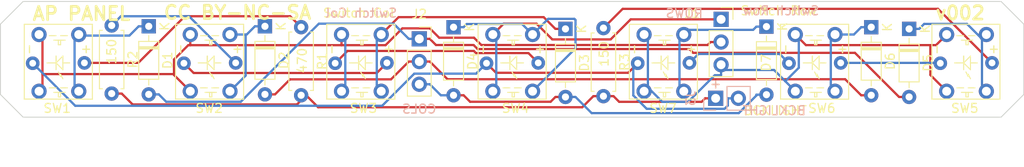
<source format=kicad_pcb>
(kicad_pcb (version 20171130) (host pcbnew "(5.1.5-0-10_14)")

  (general
    (thickness 1.6)
    (drawings 19)
    (tracks 196)
    (zones 0)
    (modules 20)
    (nets 23)
  )

  (page USLetter)
  (layers
    (0 F.Cu signal)
    (31 B.Cu signal)
    (32 B.Adhes user)
    (33 F.Adhes user)
    (34 B.Paste user)
    (35 F.Paste user)
    (36 B.SilkS user)
    (37 F.SilkS user)
    (38 B.Mask user)
    (39 F.Mask user)
    (40 Dwgs.User user)
    (41 Cmts.User user)
    (42 Eco1.User user)
    (43 Eco2.User user)
    (44 Edge.Cuts user)
    (45 Margin user)
    (46 B.CrtYd user)
    (47 F.CrtYd user)
    (48 B.Fab user)
    (49 F.Fab user)
  )

  (setup
    (last_trace_width 0.25)
    (trace_clearance 0.2)
    (zone_clearance 0.508)
    (zone_45_only no)
    (trace_min 0.2)
    (via_size 0.6)
    (via_drill 0.4)
    (via_min_size 0.4)
    (via_min_drill 0.3)
    (uvia_size 0.3)
    (uvia_drill 0.1)
    (uvias_allowed no)
    (uvia_min_size 0.2)
    (uvia_min_drill 0.1)
    (edge_width 0.15)
    (segment_width 0.2)
    (pcb_text_width 0.3)
    (pcb_text_size 1.5 1.5)
    (mod_edge_width 0.15)
    (mod_text_size 1 1)
    (mod_text_width 0.15)
    (pad_size 1.524 1.524)
    (pad_drill 0.762)
    (pad_to_mask_clearance 0.2)
    (aux_axis_origin 85.09 105.664)
    (visible_elements 7FFFFFFF)
    (pcbplotparams
      (layerselection 0x010fc_ffffffff)
      (usegerberextensions false)
      (usegerberattributes false)
      (usegerberadvancedattributes false)
      (creategerberjobfile false)
      (excludeedgelayer true)
      (linewidth 0.100000)
      (plotframeref false)
      (viasonmask false)
      (mode 1)
      (useauxorigin false)
      (hpglpennumber 1)
      (hpglpenspeed 20)
      (hpglpendiameter 15.000000)
      (psnegative false)
      (psa4output false)
      (plotreference true)
      (plotvalue true)
      (plotinvisibletext false)
      (padsonsilk false)
      (subtractmaskfromsilk false)
      (outputformat 1)
      (mirror false)
      (drillshape 0)
      (scaleselection 1)
      (outputdirectory "manufacturing/"))
  )

  (net 0 "")
  (net 1 "Net-(D1-Pad1)")
  (net 2 "Net-(D2-Pad1)")
  (net 3 "Net-(D3-Pad1)")
  (net 4 "Net-(D4-Pad1)")
  (net 5 "Net-(D5-Pad1)")
  (net 6 "Net-(D6-Pad1)")
  (net 7 "Net-(D7-Pad1)")
  (net 8 "Net-(R1-Pad1)")
  (net 9 "Net-(R2-Pad1)")
  (net 10 "Net-(R3-Pad1)")
  (net 11 "Net-(SW2-Pad6)")
  (net 12 /+BCKLGT)
  (net 13 /-BCKLGT)
  (net 14 "Net-(SW3-Pad6)")
  (net 15 /COL8)
  (net 16 /COL9)
  (net 17 /COL10)
  (net 18 /ROW6)
  (net 19 /ROW5)
  (net 20 /ROW2)
  (net 21 "Net-(SW5-Pad6)")
  (net 22 "Net-(SW6-Pad6)")

  (net_class Default "This is the default net class."
    (clearance 0.2)
    (trace_width 0.25)
    (via_dia 0.6)
    (via_drill 0.4)
    (uvia_dia 0.3)
    (uvia_drill 0.1)
    (add_net /+BCKLGT)
    (add_net /-BCKLGT)
    (add_net /COL10)
    (add_net /COL8)
    (add_net /COL9)
    (add_net /ROW2)
    (add_net /ROW5)
    (add_net /ROW6)
    (add_net "Net-(D1-Pad1)")
    (add_net "Net-(D2-Pad1)")
    (add_net "Net-(D3-Pad1)")
    (add_net "Net-(D4-Pad1)")
    (add_net "Net-(D5-Pad1)")
    (add_net "Net-(D6-Pad1)")
    (add_net "Net-(D7-Pad1)")
    (add_net "Net-(R1-Pad1)")
    (add_net "Net-(R2-Pad1)")
    (add_net "Net-(R3-Pad1)")
    (add_net "Net-(SW2-Pad6)")
    (add_net "Net-(SW3-Pad6)")
    (add_net "Net-(SW5-Pad6)")
    (add_net "Net-(SW6-Pad6)")
  )

  (module Connector_PinSocket_2.54mm:PinSocket_1x03_P2.54mm_Vertical (layer F.Cu) (tedit 5A19A429) (tstamp 61A259AC)
    (at 131.978 96.8756)
    (descr "Through hole straight socket strip, 1x03, 2.54mm pitch, single row (from Kicad 4.0.7), script generated")
    (tags "Through hole socket strip THT 1x03 2.54mm single row")
    (path /61A37F33)
    (fp_text reference J2 (at 0 -2.77) (layer F.SilkS)
      (effects (font (size 1 1) (thickness 0.15)))
    )
    (fp_text value COLS (at 0 7.85) (layer B.SilkS)
      (effects (font (size 1 1) (thickness 0.15)) (justify mirror))
    )
    (fp_text user %R (at 0 2.54 90) (layer F.Fab)
      (effects (font (size 1 1) (thickness 0.15)))
    )
    (fp_line (start -1.8 6.85) (end -1.8 -1.8) (layer F.CrtYd) (width 0.05))
    (fp_line (start 1.75 6.85) (end -1.8 6.85) (layer F.CrtYd) (width 0.05))
    (fp_line (start 1.75 -1.8) (end 1.75 6.85) (layer F.CrtYd) (width 0.05))
    (fp_line (start -1.8 -1.8) (end 1.75 -1.8) (layer F.CrtYd) (width 0.05))
    (fp_line (start 0 -1.33) (end 1.33 -1.33) (layer F.SilkS) (width 0.12))
    (fp_line (start 1.33 -1.33) (end 1.33 0) (layer F.SilkS) (width 0.12))
    (fp_line (start 1.33 1.27) (end 1.33 6.41) (layer F.SilkS) (width 0.12))
    (fp_line (start -1.33 6.41) (end 1.33 6.41) (layer F.SilkS) (width 0.12))
    (fp_line (start -1.33 1.27) (end -1.33 6.41) (layer F.SilkS) (width 0.12))
    (fp_line (start -1.33 1.27) (end 1.33 1.27) (layer F.SilkS) (width 0.12))
    (fp_line (start -1.27 6.35) (end -1.27 -1.27) (layer F.Fab) (width 0.1))
    (fp_line (start 1.27 6.35) (end -1.27 6.35) (layer F.Fab) (width 0.1))
    (fp_line (start 1.27 -0.635) (end 1.27 6.35) (layer F.Fab) (width 0.1))
    (fp_line (start 0.635 -1.27) (end 1.27 -0.635) (layer F.Fab) (width 0.1))
    (fp_line (start -1.27 -1.27) (end 0.635 -1.27) (layer F.Fab) (width 0.1))
    (pad 3 thru_hole oval (at 0 5.08) (size 1.7 1.7) (drill 1) (layers *.Cu *.Mask)
      (net 17 /COL10))
    (pad 2 thru_hole oval (at 0 2.54) (size 1.7 1.7) (drill 1) (layers *.Cu *.Mask)
      (net 16 /COL9))
    (pad 1 thru_hole rect (at 0 0) (size 1.7 1.7) (drill 1) (layers *.Cu *.Mask)
      (net 15 /COL8))
    (model ${KISYS3DMOD}/Connector_PinSocket_2.54mm.3dshapes/PinSocket_1x03_P2.54mm_Vertical.wrl
      (at (xyz 0 0 0))
      (scale (xyz 1 1 1))
      (rotate (xyz 0 0 0))
    )
  )

  (module Connector_PinSocket_2.54mm:PinSocket_1x03_P2.54mm_Vertical (layer F.Cu) (tedit 5A19A429) (tstamp 61A25984)
    (at 165.76 94.6912)
    (descr "Through hole straight socket strip, 1x03, 2.54mm pitch, single row (from Kicad 4.0.7), script generated")
    (tags "Through hole socket strip THT 1x03 2.54mm single row")
    (path /61A3639C)
    (fp_text reference J1 (at -3.2512 -0.6604) (layer F.SilkS)
      (effects (font (size 1 1) (thickness 0.15)))
    )
    (fp_text value ROWS (at -4.1148 -0.6604) (layer B.SilkS)
      (effects (font (size 1 1) (thickness 0.15)) (justify mirror))
    )
    (fp_text user %R (at 0 2.54 90) (layer F.Fab)
      (effects (font (size 1 1) (thickness 0.15)))
    )
    (fp_line (start -1.8 6.85) (end -1.8 -1.8) (layer F.CrtYd) (width 0.05))
    (fp_line (start 1.75 6.85) (end -1.8 6.85) (layer F.CrtYd) (width 0.05))
    (fp_line (start 1.75 -1.8) (end 1.75 6.85) (layer F.CrtYd) (width 0.05))
    (fp_line (start -1.8 -1.8) (end 1.75 -1.8) (layer F.CrtYd) (width 0.05))
    (fp_line (start 0 -1.33) (end 1.33 -1.33) (layer F.SilkS) (width 0.12))
    (fp_line (start 1.33 -1.33) (end 1.33 0) (layer F.SilkS) (width 0.12))
    (fp_line (start 1.33 1.27) (end 1.33 6.41) (layer F.SilkS) (width 0.12))
    (fp_line (start -1.33 6.41) (end 1.33 6.41) (layer F.SilkS) (width 0.12))
    (fp_line (start -1.33 1.27) (end -1.33 6.41) (layer F.SilkS) (width 0.12))
    (fp_line (start -1.33 1.27) (end 1.33 1.27) (layer F.SilkS) (width 0.12))
    (fp_line (start -1.27 6.35) (end -1.27 -1.27) (layer F.Fab) (width 0.1))
    (fp_line (start 1.27 6.35) (end -1.27 6.35) (layer F.Fab) (width 0.1))
    (fp_line (start 1.27 -0.635) (end 1.27 6.35) (layer F.Fab) (width 0.1))
    (fp_line (start 0.635 -1.27) (end 1.27 -0.635) (layer F.Fab) (width 0.1))
    (fp_line (start -1.27 -1.27) (end 0.635 -1.27) (layer F.Fab) (width 0.1))
    (pad 3 thru_hole oval (at 0 5.08) (size 1.7 1.7) (drill 1) (layers *.Cu *.Mask)
      (net 18 /ROW6))
    (pad 2 thru_hole oval (at 0 2.54) (size 1.7 1.7) (drill 1) (layers *.Cu *.Mask)
      (net 19 /ROW5))
    (pad 1 thru_hole rect (at 0 0) (size 1.7 1.7) (drill 1) (layers *.Cu *.Mask)
      (net 20 /ROW2))
    (model ${KISYS3DMOD}/Connector_PinSocket_2.54mm.3dshapes/PinSocket_1x03_P2.54mm_Vertical.wrl
      (at (xyz 0 0 0))
      (scale (xyz 1 1 1))
      (rotate (xyz 0 0 0))
    )
  )

  (module PT_Library_v001:D_Signal_P7.62mm_Horizontal (layer F.Cu) (tedit 5AE50CD5) (tstamp 5EE2EDB7)
    (at 170.84 95.504 270)
    (descr "Diode, DO-35_SOD27 series, Axial, Horizontal, pin pitch=7.62mm, , length*diameter=4*2mm^2, , http://www.diodes.com/_files/packages/DO-35.pdf")
    (tags "Diode DO-35_SOD27 series Axial Horizontal pin pitch 7.62mm  length 4mm diameter 2mm")
    (path /5EE369A9)
    (fp_text reference D7 (at 4.0488 0.0288 90) (layer F.SilkS)
      (effects (font (size 1 1) (thickness 0.15)))
    )
    (fp_text value D (at 3.81 2.12 90) (layer F.Fab)
      (effects (font (size 1 1) (thickness 0.15)))
    )
    (fp_text user K (at 0 -1.8 90) (layer F.SilkS)
      (effects (font (size 1 1) (thickness 0.15)))
    )
    (fp_text user K (at 0 -1.8 90) (layer F.Fab)
      (effects (font (size 1 1) (thickness 0.15)))
    )
    (fp_text user %R (at 4.11 0 90) (layer F.Fab)
      (effects (font (size 0.8 0.8) (thickness 0.12)))
    )
    (fp_line (start 8.67 -1.25) (end -1.05 -1.25) (layer F.CrtYd) (width 0.05))
    (fp_line (start 8.67 1.25) (end 8.67 -1.25) (layer F.CrtYd) (width 0.05))
    (fp_line (start -1.05 1.25) (end 8.67 1.25) (layer F.CrtYd) (width 0.05))
    (fp_line (start -1.05 -1.25) (end -1.05 1.25) (layer F.CrtYd) (width 0.05))
    (fp_line (start 2.29 -1.12) (end 2.29 1.12) (layer F.SilkS) (width 0.12))
    (fp_line (start 2.53 -1.12) (end 2.53 1.12) (layer F.SilkS) (width 0.12))
    (fp_line (start 2.41 -1.12) (end 2.41 1.12) (layer F.SilkS) (width 0.12))
    (fp_line (start 6.58 0) (end 5.93 0) (layer F.SilkS) (width 0.12))
    (fp_line (start 1.04 0) (end 1.69 0) (layer F.SilkS) (width 0.12))
    (fp_line (start 5.93 -1.12) (end 1.69 -1.12) (layer F.SilkS) (width 0.12))
    (fp_line (start 5.93 1.12) (end 5.93 -1.12) (layer F.SilkS) (width 0.12))
    (fp_line (start 1.69 1.12) (end 5.93 1.12) (layer F.SilkS) (width 0.12))
    (fp_line (start 1.69 -1.12) (end 1.69 1.12) (layer F.SilkS) (width 0.12))
    (fp_line (start 2.31 -1) (end 2.31 1) (layer F.Fab) (width 0.1))
    (fp_line (start 2.51 -1) (end 2.51 1) (layer F.Fab) (width 0.1))
    (fp_line (start 2.41 -1) (end 2.41 1) (layer F.Fab) (width 0.1))
    (fp_line (start 7.62 0) (end 5.81 0) (layer F.Fab) (width 0.1))
    (fp_line (start 0 0) (end 1.81 0) (layer F.Fab) (width 0.1))
    (fp_line (start 5.81 -1) (end 1.81 -1) (layer F.Fab) (width 0.1))
    (fp_line (start 5.81 1) (end 5.81 -1) (layer F.Fab) (width 0.1))
    (fp_line (start 1.81 1) (end 5.81 1) (layer F.Fab) (width 0.1))
    (fp_line (start 1.81 -1) (end 1.81 1) (layer F.Fab) (width 0.1))
    (pad 2 thru_hole oval (at 7.62 0 270) (size 1.6 1.6) (drill 0.8) (layers *.Cu *.Mask)
      (net 17 /COL10))
    (pad 1 thru_hole rect (at 0 0 270) (size 1.6 1.6) (drill 0.8) (layers *.Cu *.Mask)
      (net 7 "Net-(D7-Pad1)"))
    (model ${KISYS3DMOD}/Diode_THT.3dshapes/D_DO-35_SOD27_P7.62mm_Horizontal.wrl
      (at (xyz 0 0 0))
      (scale (xyz 1 1 1))
      (rotate (xyz 0 0 0))
    )
  )

  (module PT_Library_v001:D_Signal_P7.62mm_Horizontal (layer F.Cu) (tedit 5AE50CD5) (tstamp 5EE2ED98)
    (at 182.57 95.57 270)
    (descr "Diode, DO-35_SOD27 series, Axial, Horizontal, pin pitch=7.62mm, , length*diameter=4*2mm^2, , http://www.diodes.com/_files/packages/DO-35.pdf")
    (tags "Diode DO-35_SOD27 series Axial Horizontal pin pitch 7.62mm  length 4mm diameter 2mm")
    (path /5EE36405)
    (fp_text reference D6 (at 3.81 -2.12 90) (layer F.SilkS)
      (effects (font (size 1 1) (thickness 0.15)))
    )
    (fp_text value D (at 3.81 2.12 90) (layer F.Fab)
      (effects (font (size 1 1) (thickness 0.15)))
    )
    (fp_text user K (at 0 -1.8 90) (layer F.SilkS)
      (effects (font (size 1 1) (thickness 0.15)))
    )
    (fp_text user K (at 0 -1.8 90) (layer F.Fab)
      (effects (font (size 1 1) (thickness 0.15)))
    )
    (fp_text user %R (at 4.11 0 90) (layer F.Fab)
      (effects (font (size 0.8 0.8) (thickness 0.12)))
    )
    (fp_line (start 8.67 -1.25) (end -1.05 -1.25) (layer F.CrtYd) (width 0.05))
    (fp_line (start 8.67 1.25) (end 8.67 -1.25) (layer F.CrtYd) (width 0.05))
    (fp_line (start -1.05 1.25) (end 8.67 1.25) (layer F.CrtYd) (width 0.05))
    (fp_line (start -1.05 -1.25) (end -1.05 1.25) (layer F.CrtYd) (width 0.05))
    (fp_line (start 2.29 -1.12) (end 2.29 1.12) (layer F.SilkS) (width 0.12))
    (fp_line (start 2.53 -1.12) (end 2.53 1.12) (layer F.SilkS) (width 0.12))
    (fp_line (start 2.41 -1.12) (end 2.41 1.12) (layer F.SilkS) (width 0.12))
    (fp_line (start 6.58 0) (end 5.93 0) (layer F.SilkS) (width 0.12))
    (fp_line (start 1.04 0) (end 1.69 0) (layer F.SilkS) (width 0.12))
    (fp_line (start 5.93 -1.12) (end 1.69 -1.12) (layer F.SilkS) (width 0.12))
    (fp_line (start 5.93 1.12) (end 5.93 -1.12) (layer F.SilkS) (width 0.12))
    (fp_line (start 1.69 1.12) (end 5.93 1.12) (layer F.SilkS) (width 0.12))
    (fp_line (start 1.69 -1.12) (end 1.69 1.12) (layer F.SilkS) (width 0.12))
    (fp_line (start 2.31 -1) (end 2.31 1) (layer F.Fab) (width 0.1))
    (fp_line (start 2.51 -1) (end 2.51 1) (layer F.Fab) (width 0.1))
    (fp_line (start 2.41 -1) (end 2.41 1) (layer F.Fab) (width 0.1))
    (fp_line (start 7.62 0) (end 5.81 0) (layer F.Fab) (width 0.1))
    (fp_line (start 0 0) (end 1.81 0) (layer F.Fab) (width 0.1))
    (fp_line (start 5.81 -1) (end 1.81 -1) (layer F.Fab) (width 0.1))
    (fp_line (start 5.81 1) (end 5.81 -1) (layer F.Fab) (width 0.1))
    (fp_line (start 1.81 1) (end 5.81 1) (layer F.Fab) (width 0.1))
    (fp_line (start 1.81 -1) (end 1.81 1) (layer F.Fab) (width 0.1))
    (pad 2 thru_hole oval (at 7.62 0 270) (size 1.6 1.6) (drill 0.8) (layers *.Cu *.Mask)
      (net 16 /COL9))
    (pad 1 thru_hole rect (at 0 0 270) (size 1.6 1.6) (drill 0.8) (layers *.Cu *.Mask)
      (net 6 "Net-(D6-Pad1)"))
    (model ${KISYS3DMOD}/Diode_THT.3dshapes/D_DO-35_SOD27_P7.62mm_Horizontal.wrl
      (at (xyz 0 0 0))
      (scale (xyz 1 1 1))
      (rotate (xyz 0 0 0))
    )
  )

  (module PT_Library_v001:D_Signal_P7.62mm_Horizontal (layer F.Cu) (tedit 5AE50CD5) (tstamp 5EE2ED79)
    (at 186.81 95.76 270)
    (descr "Diode, DO-35_SOD27 series, Axial, Horizontal, pin pitch=7.62mm, , length*diameter=4*2mm^2, , http://www.diodes.com/_files/packages/DO-35.pdf")
    (tags "Diode DO-35_SOD27 series Axial Horizontal pin pitch 7.62mm  length 4mm diameter 2mm")
    (path /5EE35CAE)
    (fp_text reference D5 (at 3.81 -2.12 90) (layer F.SilkS)
      (effects (font (size 1 1) (thickness 0.15)))
    )
    (fp_text value D (at 3.81 2.12 90) (layer F.Fab)
      (effects (font (size 1 1) (thickness 0.15)))
    )
    (fp_text user K (at 0 -1.8 90) (layer F.SilkS)
      (effects (font (size 1 1) (thickness 0.15)))
    )
    (fp_text user K (at 0 -1.8 90) (layer F.Fab)
      (effects (font (size 1 1) (thickness 0.15)))
    )
    (fp_text user %R (at 4.11 0 90) (layer F.Fab)
      (effects (font (size 0.8 0.8) (thickness 0.12)))
    )
    (fp_line (start 8.67 -1.25) (end -1.05 -1.25) (layer F.CrtYd) (width 0.05))
    (fp_line (start 8.67 1.25) (end 8.67 -1.25) (layer F.CrtYd) (width 0.05))
    (fp_line (start -1.05 1.25) (end 8.67 1.25) (layer F.CrtYd) (width 0.05))
    (fp_line (start -1.05 -1.25) (end -1.05 1.25) (layer F.CrtYd) (width 0.05))
    (fp_line (start 2.29 -1.12) (end 2.29 1.12) (layer F.SilkS) (width 0.12))
    (fp_line (start 2.53 -1.12) (end 2.53 1.12) (layer F.SilkS) (width 0.12))
    (fp_line (start 2.41 -1.12) (end 2.41 1.12) (layer F.SilkS) (width 0.12))
    (fp_line (start 6.58 0) (end 5.93 0) (layer F.SilkS) (width 0.12))
    (fp_line (start 1.04 0) (end 1.69 0) (layer F.SilkS) (width 0.12))
    (fp_line (start 5.93 -1.12) (end 1.69 -1.12) (layer F.SilkS) (width 0.12))
    (fp_line (start 5.93 1.12) (end 5.93 -1.12) (layer F.SilkS) (width 0.12))
    (fp_line (start 1.69 1.12) (end 5.93 1.12) (layer F.SilkS) (width 0.12))
    (fp_line (start 1.69 -1.12) (end 1.69 1.12) (layer F.SilkS) (width 0.12))
    (fp_line (start 2.31 -1) (end 2.31 1) (layer F.Fab) (width 0.1))
    (fp_line (start 2.51 -1) (end 2.51 1) (layer F.Fab) (width 0.1))
    (fp_line (start 2.41 -1) (end 2.41 1) (layer F.Fab) (width 0.1))
    (fp_line (start 7.62 0) (end 5.81 0) (layer F.Fab) (width 0.1))
    (fp_line (start 0 0) (end 1.81 0) (layer F.Fab) (width 0.1))
    (fp_line (start 5.81 -1) (end 1.81 -1) (layer F.Fab) (width 0.1))
    (fp_line (start 5.81 1) (end 5.81 -1) (layer F.Fab) (width 0.1))
    (fp_line (start 1.81 1) (end 5.81 1) (layer F.Fab) (width 0.1))
    (fp_line (start 1.81 -1) (end 1.81 1) (layer F.Fab) (width 0.1))
    (pad 2 thru_hole oval (at 7.62 0 270) (size 1.6 1.6) (drill 0.8) (layers *.Cu *.Mask)
      (net 15 /COL8))
    (pad 1 thru_hole rect (at 0 0 270) (size 1.6 1.6) (drill 0.8) (layers *.Cu *.Mask)
      (net 5 "Net-(D5-Pad1)"))
    (model ${KISYS3DMOD}/Diode_THT.3dshapes/D_DO-35_SOD27_P7.62mm_Horizontal.wrl
      (at (xyz 0 0 0))
      (scale (xyz 1 1 1))
      (rotate (xyz 0 0 0))
    )
  )

  (module PT_Library_v001:D_Signal_P7.62mm_Horizontal (layer F.Cu) (tedit 5AE50CD5) (tstamp 5EE2ED5A)
    (at 135.81 95.57 270)
    (descr "Diode, DO-35_SOD27 series, Axial, Horizontal, pin pitch=7.62mm, , length*diameter=4*2mm^2, , http://www.diodes.com/_files/packages/DO-35.pdf")
    (tags "Diode DO-35_SOD27 series Axial Horizontal pin pitch 7.62mm  length 4mm diameter 2mm")
    (path /5EE353CA)
    (fp_text reference D4 (at 3.81 -2.12 90) (layer F.SilkS)
      (effects (font (size 1 1) (thickness 0.15)))
    )
    (fp_text value D (at 3.81 2.12 90) (layer F.Fab)
      (effects (font (size 1 1) (thickness 0.15)))
    )
    (fp_text user K (at 0 -1.8 90) (layer F.SilkS)
      (effects (font (size 1 1) (thickness 0.15)))
    )
    (fp_text user K (at 0 -1.8 90) (layer F.Fab)
      (effects (font (size 1 1) (thickness 0.15)))
    )
    (fp_text user %R (at 4.11 0 90) (layer F.Fab)
      (effects (font (size 0.8 0.8) (thickness 0.12)))
    )
    (fp_line (start 8.67 -1.25) (end -1.05 -1.25) (layer F.CrtYd) (width 0.05))
    (fp_line (start 8.67 1.25) (end 8.67 -1.25) (layer F.CrtYd) (width 0.05))
    (fp_line (start -1.05 1.25) (end 8.67 1.25) (layer F.CrtYd) (width 0.05))
    (fp_line (start -1.05 -1.25) (end -1.05 1.25) (layer F.CrtYd) (width 0.05))
    (fp_line (start 2.29 -1.12) (end 2.29 1.12) (layer F.SilkS) (width 0.12))
    (fp_line (start 2.53 -1.12) (end 2.53 1.12) (layer F.SilkS) (width 0.12))
    (fp_line (start 2.41 -1.12) (end 2.41 1.12) (layer F.SilkS) (width 0.12))
    (fp_line (start 6.58 0) (end 5.93 0) (layer F.SilkS) (width 0.12))
    (fp_line (start 1.04 0) (end 1.69 0) (layer F.SilkS) (width 0.12))
    (fp_line (start 5.93 -1.12) (end 1.69 -1.12) (layer F.SilkS) (width 0.12))
    (fp_line (start 5.93 1.12) (end 5.93 -1.12) (layer F.SilkS) (width 0.12))
    (fp_line (start 1.69 1.12) (end 5.93 1.12) (layer F.SilkS) (width 0.12))
    (fp_line (start 1.69 -1.12) (end 1.69 1.12) (layer F.SilkS) (width 0.12))
    (fp_line (start 2.31 -1) (end 2.31 1) (layer F.Fab) (width 0.1))
    (fp_line (start 2.51 -1) (end 2.51 1) (layer F.Fab) (width 0.1))
    (fp_line (start 2.41 -1) (end 2.41 1) (layer F.Fab) (width 0.1))
    (fp_line (start 7.62 0) (end 5.81 0) (layer F.Fab) (width 0.1))
    (fp_line (start 0 0) (end 1.81 0) (layer F.Fab) (width 0.1))
    (fp_line (start 5.81 -1) (end 1.81 -1) (layer F.Fab) (width 0.1))
    (fp_line (start 5.81 1) (end 5.81 -1) (layer F.Fab) (width 0.1))
    (fp_line (start 1.81 1) (end 5.81 1) (layer F.Fab) (width 0.1))
    (fp_line (start 1.81 -1) (end 1.81 1) (layer F.Fab) (width 0.1))
    (pad 2 thru_hole oval (at 7.62 0 270) (size 1.6 1.6) (drill 0.8) (layers *.Cu *.Mask)
      (net 17 /COL10))
    (pad 1 thru_hole rect (at 0 0 270) (size 1.6 1.6) (drill 0.8) (layers *.Cu *.Mask)
      (net 4 "Net-(D4-Pad1)"))
    (model ${KISYS3DMOD}/Diode_THT.3dshapes/D_DO-35_SOD27_P7.62mm_Horizontal.wrl
      (at (xyz 0 0 0))
      (scale (xyz 1 1 1))
      (rotate (xyz 0 0 0))
    )
  )

  (module PT_Library_v001:D_Signal_P7.62mm_Horizontal (layer F.Cu) (tedit 5AE50CD5) (tstamp 5EE2ED3B)
    (at 114.7 95.47 270)
    (descr "Diode, DO-35_SOD27 series, Axial, Horizontal, pin pitch=7.62mm, , length*diameter=4*2mm^2, , http://www.diodes.com/_files/packages/DO-35.pdf")
    (tags "Diode DO-35_SOD27 series Axial Horizontal pin pitch 7.62mm  length 4mm diameter 2mm")
    (path /5EE33E4E)
    (fp_text reference D2 (at 3.81 -2.12 90) (layer F.SilkS)
      (effects (font (size 1 1) (thickness 0.15)))
    )
    (fp_text value D (at 3.81 2.12 90) (layer F.Fab)
      (effects (font (size 1 1) (thickness 0.15)))
    )
    (fp_text user K (at 0 -1.8 90) (layer F.SilkS)
      (effects (font (size 1 1) (thickness 0.15)))
    )
    (fp_text user K (at 0 -1.8 90) (layer F.Fab)
      (effects (font (size 1 1) (thickness 0.15)))
    )
    (fp_text user %R (at 4.11 0 90) (layer F.Fab)
      (effects (font (size 0.8 0.8) (thickness 0.12)))
    )
    (fp_line (start 8.67 -1.25) (end -1.05 -1.25) (layer F.CrtYd) (width 0.05))
    (fp_line (start 8.67 1.25) (end 8.67 -1.25) (layer F.CrtYd) (width 0.05))
    (fp_line (start -1.05 1.25) (end 8.67 1.25) (layer F.CrtYd) (width 0.05))
    (fp_line (start -1.05 -1.25) (end -1.05 1.25) (layer F.CrtYd) (width 0.05))
    (fp_line (start 2.29 -1.12) (end 2.29 1.12) (layer F.SilkS) (width 0.12))
    (fp_line (start 2.53 -1.12) (end 2.53 1.12) (layer F.SilkS) (width 0.12))
    (fp_line (start 2.41 -1.12) (end 2.41 1.12) (layer F.SilkS) (width 0.12))
    (fp_line (start 6.58 0) (end 5.93 0) (layer F.SilkS) (width 0.12))
    (fp_line (start 1.04 0) (end 1.69 0) (layer F.SilkS) (width 0.12))
    (fp_line (start 5.93 -1.12) (end 1.69 -1.12) (layer F.SilkS) (width 0.12))
    (fp_line (start 5.93 1.12) (end 5.93 -1.12) (layer F.SilkS) (width 0.12))
    (fp_line (start 1.69 1.12) (end 5.93 1.12) (layer F.SilkS) (width 0.12))
    (fp_line (start 1.69 -1.12) (end 1.69 1.12) (layer F.SilkS) (width 0.12))
    (fp_line (start 2.31 -1) (end 2.31 1) (layer F.Fab) (width 0.1))
    (fp_line (start 2.51 -1) (end 2.51 1) (layer F.Fab) (width 0.1))
    (fp_line (start 2.41 -1) (end 2.41 1) (layer F.Fab) (width 0.1))
    (fp_line (start 7.62 0) (end 5.81 0) (layer F.Fab) (width 0.1))
    (fp_line (start 0 0) (end 1.81 0) (layer F.Fab) (width 0.1))
    (fp_line (start 5.81 -1) (end 1.81 -1) (layer F.Fab) (width 0.1))
    (fp_line (start 5.81 1) (end 5.81 -1) (layer F.Fab) (width 0.1))
    (fp_line (start 1.81 1) (end 5.81 1) (layer F.Fab) (width 0.1))
    (fp_line (start 1.81 -1) (end 1.81 1) (layer F.Fab) (width 0.1))
    (pad 2 thru_hole oval (at 7.62 0 270) (size 1.6 1.6) (drill 0.8) (layers *.Cu *.Mask)
      (net 16 /COL9))
    (pad 1 thru_hole rect (at 0 0 270) (size 1.6 1.6) (drill 0.8) (layers *.Cu *.Mask)
      (net 2 "Net-(D2-Pad1)"))
    (model ${KISYS3DMOD}/Diode_THT.3dshapes/D_DO-35_SOD27_P7.62mm_Horizontal.wrl
      (at (xyz 0 0 0))
      (scale (xyz 1 1 1))
      (rotate (xyz 0 0 0))
    )
  )

  (module PT_Library_v001:D_Signal_P7.62mm_Horizontal (layer F.Cu) (tedit 5AE50CD5) (tstamp 5EE2ED1C)
    (at 101.69 95.47 270)
    (descr "Diode, DO-35_SOD27 series, Axial, Horizontal, pin pitch=7.62mm, , length*diameter=4*2mm^2, , http://www.diodes.com/_files/packages/DO-35.pdf")
    (tags "Diode DO-35_SOD27 series Axial Horizontal pin pitch 7.62mm  length 4mm diameter 2mm")
    (path /5EE2DB5A)
    (fp_text reference D1 (at 3.81 -2.12 90) (layer F.SilkS)
      (effects (font (size 1 1) (thickness 0.15)))
    )
    (fp_text value D (at 3.81 2.12 90) (layer F.Fab)
      (effects (font (size 1 1) (thickness 0.15)))
    )
    (fp_text user K (at 0 -1.8 90) (layer F.SilkS)
      (effects (font (size 1 1) (thickness 0.15)))
    )
    (fp_text user K (at 0 -1.8 90) (layer F.Fab)
      (effects (font (size 1 1) (thickness 0.15)))
    )
    (fp_text user %R (at 4.11 0 90) (layer F.Fab)
      (effects (font (size 0.8 0.8) (thickness 0.12)))
    )
    (fp_line (start 8.67 -1.25) (end -1.05 -1.25) (layer F.CrtYd) (width 0.05))
    (fp_line (start 8.67 1.25) (end 8.67 -1.25) (layer F.CrtYd) (width 0.05))
    (fp_line (start -1.05 1.25) (end 8.67 1.25) (layer F.CrtYd) (width 0.05))
    (fp_line (start -1.05 -1.25) (end -1.05 1.25) (layer F.CrtYd) (width 0.05))
    (fp_line (start 2.29 -1.12) (end 2.29 1.12) (layer F.SilkS) (width 0.12))
    (fp_line (start 2.53 -1.12) (end 2.53 1.12) (layer F.SilkS) (width 0.12))
    (fp_line (start 2.41 -1.12) (end 2.41 1.12) (layer F.SilkS) (width 0.12))
    (fp_line (start 6.58 0) (end 5.93 0) (layer F.SilkS) (width 0.12))
    (fp_line (start 1.04 0) (end 1.69 0) (layer F.SilkS) (width 0.12))
    (fp_line (start 5.93 -1.12) (end 1.69 -1.12) (layer F.SilkS) (width 0.12))
    (fp_line (start 5.93 1.12) (end 5.93 -1.12) (layer F.SilkS) (width 0.12))
    (fp_line (start 1.69 1.12) (end 5.93 1.12) (layer F.SilkS) (width 0.12))
    (fp_line (start 1.69 -1.12) (end 1.69 1.12) (layer F.SilkS) (width 0.12))
    (fp_line (start 2.31 -1) (end 2.31 1) (layer F.Fab) (width 0.1))
    (fp_line (start 2.51 -1) (end 2.51 1) (layer F.Fab) (width 0.1))
    (fp_line (start 2.41 -1) (end 2.41 1) (layer F.Fab) (width 0.1))
    (fp_line (start 7.62 0) (end 5.81 0) (layer F.Fab) (width 0.1))
    (fp_line (start 0 0) (end 1.81 0) (layer F.Fab) (width 0.1))
    (fp_line (start 5.81 -1) (end 1.81 -1) (layer F.Fab) (width 0.1))
    (fp_line (start 5.81 1) (end 5.81 -1) (layer F.Fab) (width 0.1))
    (fp_line (start 1.81 1) (end 5.81 1) (layer F.Fab) (width 0.1))
    (fp_line (start 1.81 -1) (end 1.81 1) (layer F.Fab) (width 0.1))
    (pad 2 thru_hole oval (at 7.62 0 270) (size 1.6 1.6) (drill 0.8) (layers *.Cu *.Mask)
      (net 15 /COL8))
    (pad 1 thru_hole rect (at 0 0 270) (size 1.6 1.6) (drill 0.8) (layers *.Cu *.Mask)
      (net 1 "Net-(D1-Pad1)"))
    (model ${KISYS3DMOD}/Diode_THT.3dshapes/D_DO-35_SOD27_P7.62mm_Horizontal.wrl
      (at (xyz 0 0 0))
      (scale (xyz 1 1 1))
      (rotate (xyz 0 0 0))
    )
  )

  (module PT_Library_v001:D_Signal_P7.62mm_Horizontal (layer F.Cu) (tedit 5AE50CD5) (tstamp 5EE2ECFD)
    (at 148.34 95.76 270)
    (descr "Diode, DO-35_SOD27 series, Axial, Horizontal, pin pitch=7.62mm, , length*diameter=4*2mm^2, , http://www.diodes.com/_files/packages/DO-35.pdf")
    (tags "Diode DO-35_SOD27 series Axial Horizontal pin pitch 7.62mm  length 4mm diameter 2mm")
    (path /5EE34D52)
    (fp_text reference D3 (at 3.81 -2.12 90) (layer F.SilkS)
      (effects (font (size 1 1) (thickness 0.15)))
    )
    (fp_text value D (at 3.81 2.12 90) (layer F.Fab)
      (effects (font (size 1 1) (thickness 0.15)))
    )
    (fp_text user K (at 0 -1.8 90) (layer F.SilkS)
      (effects (font (size 1 1) (thickness 0.15)))
    )
    (fp_text user K (at 0 -1.8 90) (layer F.Fab)
      (effects (font (size 1 1) (thickness 0.15)))
    )
    (fp_text user %R (at 4.11 0 90) (layer F.Fab)
      (effects (font (size 0.8 0.8) (thickness 0.12)))
    )
    (fp_line (start 8.67 -1.25) (end -1.05 -1.25) (layer F.CrtYd) (width 0.05))
    (fp_line (start 8.67 1.25) (end 8.67 -1.25) (layer F.CrtYd) (width 0.05))
    (fp_line (start -1.05 1.25) (end 8.67 1.25) (layer F.CrtYd) (width 0.05))
    (fp_line (start -1.05 -1.25) (end -1.05 1.25) (layer F.CrtYd) (width 0.05))
    (fp_line (start 2.29 -1.12) (end 2.29 1.12) (layer F.SilkS) (width 0.12))
    (fp_line (start 2.53 -1.12) (end 2.53 1.12) (layer F.SilkS) (width 0.12))
    (fp_line (start 2.41 -1.12) (end 2.41 1.12) (layer F.SilkS) (width 0.12))
    (fp_line (start 6.58 0) (end 5.93 0) (layer F.SilkS) (width 0.12))
    (fp_line (start 1.04 0) (end 1.69 0) (layer F.SilkS) (width 0.12))
    (fp_line (start 5.93 -1.12) (end 1.69 -1.12) (layer F.SilkS) (width 0.12))
    (fp_line (start 5.93 1.12) (end 5.93 -1.12) (layer F.SilkS) (width 0.12))
    (fp_line (start 1.69 1.12) (end 5.93 1.12) (layer F.SilkS) (width 0.12))
    (fp_line (start 1.69 -1.12) (end 1.69 1.12) (layer F.SilkS) (width 0.12))
    (fp_line (start 2.31 -1) (end 2.31 1) (layer F.Fab) (width 0.1))
    (fp_line (start 2.51 -1) (end 2.51 1) (layer F.Fab) (width 0.1))
    (fp_line (start 2.41 -1) (end 2.41 1) (layer F.Fab) (width 0.1))
    (fp_line (start 7.62 0) (end 5.81 0) (layer F.Fab) (width 0.1))
    (fp_line (start 0 0) (end 1.81 0) (layer F.Fab) (width 0.1))
    (fp_line (start 5.81 -1) (end 1.81 -1) (layer F.Fab) (width 0.1))
    (fp_line (start 5.81 1) (end 5.81 -1) (layer F.Fab) (width 0.1))
    (fp_line (start 1.81 1) (end 5.81 1) (layer F.Fab) (width 0.1))
    (fp_line (start 1.81 -1) (end 1.81 1) (layer F.Fab) (width 0.1))
    (pad 2 thru_hole oval (at 7.62 0 270) (size 1.6 1.6) (drill 0.8) (layers *.Cu *.Mask)
      (net 17 /COL10))
    (pad 1 thru_hole rect (at 0 0 270) (size 1.6 1.6) (drill 0.8) (layers *.Cu *.Mask)
      (net 3 "Net-(D3-Pad1)"))
    (model ${KISYS3DMOD}/Diode_THT.3dshapes/D_DO-35_SOD27_P7.62mm_Horizontal.wrl
      (at (xyz 0 0 0))
      (scale (xyz 1 1 1))
      (rotate (xyz 0 0 0))
    )
  )

  (module Resistor_THT:R_Axial_DIN0207_L6.3mm_D2.5mm_P7.62mm_Horizontal (layer F.Cu) (tedit 5AE5139B) (tstamp 5EE2FA87)
    (at 152.59 95.67 270)
    (descr "Resistor, Axial_DIN0207 series, Axial, Horizontal, pin pitch=7.62mm, 0.25W = 1/4W, length*diameter=6.3*2.5mm^2, http://cdn-reichelt.de/documents/datenblatt/B400/1_4W%23YAG.pdf")
    (tags "Resistor Axial_DIN0207 series Axial Horizontal pin pitch 7.62mm 0.25W = 1/4W length 6.3mm diameter 2.5mm")
    (path /5EE959BF)
    (fp_text reference R3 (at 3.81 -2.37 90) (layer F.SilkS)
      (effects (font (size 1 1) (thickness 0.15)))
    )
    (fp_text value 150 (at 2.882 -0.064 90) (layer F.SilkS)
      (effects (font (size 1 1) (thickness 0.15)))
    )
    (fp_text user %R (at 5.676 0 90) (layer F.Fab)
      (effects (font (size 1 1) (thickness 0.15)))
    )
    (fp_line (start 8.67 -1.5) (end -1.05 -1.5) (layer F.CrtYd) (width 0.05))
    (fp_line (start 8.67 1.5) (end 8.67 -1.5) (layer F.CrtYd) (width 0.05))
    (fp_line (start -1.05 1.5) (end 8.67 1.5) (layer F.CrtYd) (width 0.05))
    (fp_line (start -1.05 -1.5) (end -1.05 1.5) (layer F.CrtYd) (width 0.05))
    (fp_line (start 7.08 1.37) (end 7.08 1.04) (layer F.SilkS) (width 0.12))
    (fp_line (start 0.54 1.37) (end 7.08 1.37) (layer F.SilkS) (width 0.12))
    (fp_line (start 0.54 1.04) (end 0.54 1.37) (layer F.SilkS) (width 0.12))
    (fp_line (start 7.08 -1.37) (end 7.08 -1.04) (layer F.SilkS) (width 0.12))
    (fp_line (start 0.54 -1.37) (end 7.08 -1.37) (layer F.SilkS) (width 0.12))
    (fp_line (start 0.54 -1.04) (end 0.54 -1.37) (layer F.SilkS) (width 0.12))
    (fp_line (start 7.62 0) (end 6.96 0) (layer F.Fab) (width 0.1))
    (fp_line (start 0 0) (end 0.66 0) (layer F.Fab) (width 0.1))
    (fp_line (start 6.96 -1.25) (end 0.66 -1.25) (layer F.Fab) (width 0.1))
    (fp_line (start 6.96 1.25) (end 6.96 -1.25) (layer F.Fab) (width 0.1))
    (fp_line (start 0.66 1.25) (end 6.96 1.25) (layer F.Fab) (width 0.1))
    (fp_line (start 0.66 -1.25) (end 0.66 1.25) (layer F.Fab) (width 0.1))
    (pad 2 thru_hole oval (at 7.62 0 270) (size 1.6 1.6) (drill 0.8) (layers *.Cu *.Mask)
      (net 12 /+BCKLGT))
    (pad 1 thru_hole circle (at 0 0 270) (size 1.6 1.6) (drill 0.8) (layers *.Cu *.Mask)
      (net 10 "Net-(R3-Pad1)"))
    (model ${KISYS3DMOD}/Resistor_THT.3dshapes/R_Axial_DIN0207_L6.3mm_D2.5mm_P7.62mm_Horizontal.wrl
      (at (xyz 0 0 0))
      (scale (xyz 1 1 1))
      (rotate (xyz 0 0 0))
    )
  )

  (module Resistor_THT:R_Axial_DIN0207_L6.3mm_D2.5mm_P7.62mm_Horizontal (layer F.Cu) (tedit 5AE5139B) (tstamp 5EE2FA70)
    (at 97.54 95.38 270)
    (descr "Resistor, Axial_DIN0207 series, Axial, Horizontal, pin pitch=7.62mm, 0.25W = 1/4W, length*diameter=6.3*2.5mm^2, http://cdn-reichelt.de/documents/datenblatt/B400/1_4W%23YAG.pdf")
    (tags "Resistor Axial_DIN0207 series Axial Horizontal pin pitch 7.62mm 0.25W = 1/4W length 6.3mm diameter 2.5mm")
    (path /5EE962BE)
    (fp_text reference R2 (at 3.81 -2.37 90) (layer F.SilkS)
      (effects (font (size 1 1) (thickness 0.15)))
    )
    (fp_text value 150 (at 2.918 0.004 90) (layer F.SilkS)
      (effects (font (size 1 1) (thickness 0.15)))
    )
    (fp_text user %R (at 5.458 0 90) (layer F.Fab)
      (effects (font (size 1 1) (thickness 0.15)))
    )
    (fp_line (start 8.67 -1.5) (end -1.05 -1.5) (layer F.CrtYd) (width 0.05))
    (fp_line (start 8.67 1.5) (end 8.67 -1.5) (layer F.CrtYd) (width 0.05))
    (fp_line (start -1.05 1.5) (end 8.67 1.5) (layer F.CrtYd) (width 0.05))
    (fp_line (start -1.05 -1.5) (end -1.05 1.5) (layer F.CrtYd) (width 0.05))
    (fp_line (start 7.08 1.37) (end 7.08 1.04) (layer F.SilkS) (width 0.12))
    (fp_line (start 0.54 1.37) (end 7.08 1.37) (layer F.SilkS) (width 0.12))
    (fp_line (start 0.54 1.04) (end 0.54 1.37) (layer F.SilkS) (width 0.12))
    (fp_line (start 7.08 -1.37) (end 7.08 -1.04) (layer F.SilkS) (width 0.12))
    (fp_line (start 0.54 -1.37) (end 7.08 -1.37) (layer F.SilkS) (width 0.12))
    (fp_line (start 0.54 -1.04) (end 0.54 -1.37) (layer F.SilkS) (width 0.12))
    (fp_line (start 7.62 0) (end 6.96 0) (layer F.Fab) (width 0.1))
    (fp_line (start 0 0) (end 0.66 0) (layer F.Fab) (width 0.1))
    (fp_line (start 6.96 -1.25) (end 0.66 -1.25) (layer F.Fab) (width 0.1))
    (fp_line (start 6.96 1.25) (end 6.96 -1.25) (layer F.Fab) (width 0.1))
    (fp_line (start 0.66 1.25) (end 6.96 1.25) (layer F.Fab) (width 0.1))
    (fp_line (start 0.66 -1.25) (end 0.66 1.25) (layer F.Fab) (width 0.1))
    (pad 2 thru_hole oval (at 7.62 0 270) (size 1.6 1.6) (drill 0.8) (layers *.Cu *.Mask)
      (net 12 /+BCKLGT))
    (pad 1 thru_hole circle (at 0 0 270) (size 1.6 1.6) (drill 0.8) (layers *.Cu *.Mask)
      (net 9 "Net-(R2-Pad1)"))
    (model ${KISYS3DMOD}/Resistor_THT.3dshapes/R_Axial_DIN0207_L6.3mm_D2.5mm_P7.62mm_Horizontal.wrl
      (at (xyz 0 0 0))
      (scale (xyz 1 1 1))
      (rotate (xyz 0 0 0))
    )
  )

  (module Resistor_THT:R_Axial_DIN0207_L6.3mm_D2.5mm_P7.62mm_Horizontal (layer F.Cu) (tedit 5AE5139B) (tstamp 5EEEB4D0)
    (at 118.75 95.57 270)
    (descr "Resistor, Axial_DIN0207 series, Axial, Horizontal, pin pitch=7.62mm, 0.25W = 1/4W, length*diameter=6.3*2.5mm^2, http://cdn-reichelt.de/documents/datenblatt/B400/1_4W%23YAG.pdf")
    (tags "Resistor Axial_DIN0207 series Axial Horizontal pin pitch 7.62mm 0.25W = 1/4W length 6.3mm diameter 2.5mm")
    (path /5EE978B2)
    (fp_text reference R1 (at 3.81 -2.37 90) (layer F.SilkS)
      (effects (font (size 1 1) (thickness 0.15)))
    )
    (fp_text value 470 (at 3.744 -0.122 90) (layer F.SilkS)
      (effects (font (size 1 1) (thickness 0.15)))
    )
    (fp_text user %R (at 3.81 0 90) (layer F.Fab)
      (effects (font (size 1 1) (thickness 0.15)))
    )
    (fp_line (start 8.67 -1.5) (end -1.05 -1.5) (layer F.CrtYd) (width 0.05))
    (fp_line (start 8.67 1.5) (end 8.67 -1.5) (layer F.CrtYd) (width 0.05))
    (fp_line (start -1.05 1.5) (end 8.67 1.5) (layer F.CrtYd) (width 0.05))
    (fp_line (start -1.05 -1.5) (end -1.05 1.5) (layer F.CrtYd) (width 0.05))
    (fp_line (start 7.08 1.37) (end 7.08 1.04) (layer F.SilkS) (width 0.12))
    (fp_line (start 0.54 1.37) (end 7.08 1.37) (layer F.SilkS) (width 0.12))
    (fp_line (start 0.54 1.04) (end 0.54 1.37) (layer F.SilkS) (width 0.12))
    (fp_line (start 7.08 -1.37) (end 7.08 -1.04) (layer F.SilkS) (width 0.12))
    (fp_line (start 0.54 -1.37) (end 7.08 -1.37) (layer F.SilkS) (width 0.12))
    (fp_line (start 0.54 -1.04) (end 0.54 -1.37) (layer F.SilkS) (width 0.12))
    (fp_line (start 7.62 0) (end 6.96 0) (layer F.Fab) (width 0.1))
    (fp_line (start 0 0) (end 0.66 0) (layer F.Fab) (width 0.1))
    (fp_line (start 6.96 -1.25) (end 0.66 -1.25) (layer F.Fab) (width 0.1))
    (fp_line (start 6.96 1.25) (end 6.96 -1.25) (layer F.Fab) (width 0.1))
    (fp_line (start 0.66 1.25) (end 6.96 1.25) (layer F.Fab) (width 0.1))
    (fp_line (start 0.66 -1.25) (end 0.66 1.25) (layer F.Fab) (width 0.1))
    (pad 2 thru_hole oval (at 7.62 0 270) (size 1.6 1.6) (drill 0.8) (layers *.Cu *.Mask)
      (net 12 /+BCKLGT))
    (pad 1 thru_hole circle (at 0 0 270) (size 1.6 1.6) (drill 0.8) (layers *.Cu *.Mask)
      (net 8 "Net-(R1-Pad1)"))
    (model ${KISYS3DMOD}/Resistor_THT.3dshapes/R_Axial_DIN0207_L6.3mm_D2.5mm_P7.62mm_Horizontal.wrl
      (at (xyz 0 0 0))
      (scale (xyz 1 1 1))
      (rotate (xyz 0 0 0))
    )
  )

  (module Connector_PinSocket_2.54mm:PinSocket_1x02_P2.54mm_Vertical (layer B.Cu) (tedit 5A19A420) (tstamp 5EE2F9EA)
    (at 165.151 103.53 270)
    (descr "Through hole straight socket strip, 1x02, 2.54mm pitch, single row (from Kicad 4.0.7), script generated")
    (tags "Through hole socket strip THT 1x02 2.54mm single row")
    (path /5EE4157C)
    (fp_text reference J3 (at 0 2.77 90) (layer B.SilkS)
      (effects (font (size 1 1) (thickness 0.15)) (justify mirror))
    )
    (fp_text value Conn_01x02_Female (at 0 -5.31 90) (layer B.Fab)
      (effects (font (size 1 1) (thickness 0.15)) (justify mirror))
    )
    (fp_text user %R (at 0 -1.27 180) (layer B.Fab)
      (effects (font (size 1 1) (thickness 0.15)) (justify mirror))
    )
    (fp_line (start -1.8 -4.3) (end -1.8 1.8) (layer B.CrtYd) (width 0.05))
    (fp_line (start 1.75 -4.3) (end -1.8 -4.3) (layer B.CrtYd) (width 0.05))
    (fp_line (start 1.75 1.8) (end 1.75 -4.3) (layer B.CrtYd) (width 0.05))
    (fp_line (start -1.8 1.8) (end 1.75 1.8) (layer B.CrtYd) (width 0.05))
    (fp_line (start 0 1.33) (end 1.33 1.33) (layer B.SilkS) (width 0.12))
    (fp_line (start 1.33 1.33) (end 1.33 0) (layer B.SilkS) (width 0.12))
    (fp_line (start 1.33 -1.27) (end 1.33 -3.87) (layer B.SilkS) (width 0.12))
    (fp_line (start -1.33 -3.87) (end 1.33 -3.87) (layer B.SilkS) (width 0.12))
    (fp_line (start -1.33 -1.27) (end -1.33 -3.87) (layer B.SilkS) (width 0.12))
    (fp_line (start -1.33 -1.27) (end 1.33 -1.27) (layer B.SilkS) (width 0.12))
    (fp_line (start -1.27 -3.81) (end -1.27 1.27) (layer B.Fab) (width 0.1))
    (fp_line (start 1.27 -3.81) (end -1.27 -3.81) (layer B.Fab) (width 0.1))
    (fp_line (start 1.27 0.635) (end 1.27 -3.81) (layer B.Fab) (width 0.1))
    (fp_line (start 0.635 1.27) (end 1.27 0.635) (layer B.Fab) (width 0.1))
    (fp_line (start -1.27 1.27) (end 0.635 1.27) (layer B.Fab) (width 0.1))
    (pad 2 thru_hole oval (at 0 -2.54 270) (size 1.7 1.7) (drill 1) (layers *.Cu *.Mask)
      (net 13 /-BCKLGT))
    (pad 1 thru_hole rect (at 0 0 270) (size 1.7 1.7) (drill 1) (layers *.Cu *.Mask)
      (net 12 /+BCKLGT))
    (model ${KISYS3DMOD}/Connector_PinSocket_2.54mm.3dshapes/PinSocket_1x02_P2.54mm_Vertical.wrl
      (at (xyz 0 0 0))
      (scale (xyz 1 1 1))
      (rotate (xyz 0 0 0))
    )
  )

  (module PT_Library_v001:PT_Small_Tactile_Switch_With_LED (layer F.Cu) (tedit 5EE4152B) (tstamp 5A486574)
    (at 193.17 99.565 270)
    (path /5A45C870)
    (fp_text reference SW5 (at 5.083 0.13 180) (layer F.SilkS)
      (effects (font (size 1 1) (thickness 0.15)))
    )
    (fp_text value SW_SPST (at 0 -0.5 90) (layer F.Fab)
      (effects (font (size 1 1) (thickness 0.15)))
    )
    (fp_line (start -4.318 -3.81) (end -3.048 -3.81) (layer F.SilkS) (width 0.12))
    (fp_line (start -4.32 3.81) (end -4.318 -3.81) (layer F.SilkS) (width 0.12))
    (fp_line (start 4.07 3.81) (end -4.312 3.81) (layer F.SilkS) (width 0.12))
    (fp_line (start 4.064 -3.81) (end 4.05 3.81) (layer F.SilkS) (width 0.12))
    (fp_line (start -4.064 -3.81) (end 4.064 -3.81) (layer F.SilkS) (width 0.12))
    (fp_text user - (at -1.524 3.302 90) (layer F.SilkS)
      (effects (font (size 1 1) (thickness 0.15)))
    )
    (fp_line (start 3.81 0) (end 3.302 0) (layer F.SilkS) (width 0.12))
    (fp_line (start 2.794 -1.016) (end 2.794 -0.254) (layer F.SilkS) (width 0.12))
    (fp_line (start 3.81 -0.254) (end 3.81 0) (layer F.SilkS) (width 0.12))
    (fp_line (start 3.302 -0.762) (end 3.302 0.508) (layer F.SilkS) (width 0.12))
    (fp_line (start 2.794 0.254) (end 2.794 1.016) (layer F.SilkS) (width 0.12))
    (fp_line (start 3.302 -0.254) (end 3.81 -0.254) (layer F.SilkS) (width 0.12))
    (fp_line (start -2.032 0) (end -2.54 0) (layer F.SilkS) (width 0.12))
    (fp_line (start -2.032 -0.254) (end -2.032 0) (layer F.SilkS) (width 0.12))
    (fp_line (start -2.54 -0.254) (end -2.032 -0.254) (layer F.SilkS) (width 0.12))
    (fp_line (start -2.54 -0.762) (end -2.54 0.508) (layer F.SilkS) (width 0.12))
    (fp_line (start -3.048 0.254) (end -3.048 1.016) (layer F.SilkS) (width 0.12))
    (fp_line (start -3.048 -1.016) (end -3.048 -0.254) (layer F.SilkS) (width 0.12))
    (fp_line (start 1.524 -0.254) (end 1.016 0) (layer F.SilkS) (width 0.12))
    (fp_line (start 1.27 -0.254) (end 1.524 -0.254) (layer F.SilkS) (width 0.12))
    (fp_line (start 1.778 -0.508) (end 1.27 -0.254) (layer F.SilkS) (width 0.12))
    (fp_line (start 0 0.254) (end 0 1.27) (layer F.SilkS) (width 0.12))
    (fp_line (start -0.762 0.254) (end 0 0.254) (layer F.SilkS) (width 0.12))
    (fp_line (start 0.762 0.254) (end -0.762 0.254) (layer F.SilkS) (width 0.12))
    (fp_line (start -0.762 -0.508) (end 0 -0.508) (layer F.SilkS) (width 0.12))
    (fp_line (start 0 0.254) (end -0.762 -0.508) (layer F.SilkS) (width 0.12))
    (fp_line (start 0.762 -0.508) (end 0 0.254) (layer F.SilkS) (width 0.12))
    (fp_line (start 0 -0.508) (end 0.762 -0.508) (layer F.SilkS) (width 0.12))
    (fp_line (start 0 -1.27) (end 0 -0.508) (layer F.SilkS) (width 0.12))
    (fp_text user + (at -1.524 -3.048 90) (layer F.SilkS)
      (effects (font (size 1 1) (thickness 0.15)))
    )
    (pad 6 thru_hole circle (at 0.04 2.87 270) (size 1.524 1.524) (drill 0.762) (layers *.Cu *.Mask)
      (net 21 "Net-(SW5-Pad6)"))
    (pad 5 thru_hole circle (at 0 -2.921 270) (size 1.524 1.524) (drill 0.762) (layers *.Cu *.Mask)
      (net 10 "Net-(R3-Pad1)"))
    (pad 4 thru_hole circle (at 3.175 2.159 270) (size 1.7 1.7) (drill 1) (layers *.Cu *.Mask)
      (net 18 /ROW6))
    (pad 3 thru_hole circle (at -3.175 2.159 270) (size 1.7 1.7) (drill 1) (layers *.Cu *.Mask)
      (net 18 /ROW6))
    (pad 2 thru_hole circle (at 3.175 -2.286 270) (size 1.7 1.7) (drill 1) (layers *.Cu *.Mask)
      (net 5 "Net-(D5-Pad1)"))
    (pad 1 thru_hole circle (at -3.175 -2.286 270) (size 1.7 1.7) (drill 1) (layers *.Cu *.Mask)
      (net 5 "Net-(D5-Pad1)"))
  )

  (module PT_Library_v001:PT_Small_Tactile_Switch_With_LED (layer F.Cu) (tedit 5EE4152B) (tstamp 5A486565)
    (at 176.23 99.565 270)
    (path /5A45C86A)
    (fp_text reference SW6 (at 5.083 -0.808 180) (layer F.SilkS)
      (effects (font (size 1 1) (thickness 0.15)))
    )
    (fp_text value SW_SPST (at 0 -0.5 90) (layer F.Fab)
      (effects (font (size 1 1) (thickness 0.15)))
    )
    (fp_line (start -4.318 -3.81) (end -3.048 -3.81) (layer F.SilkS) (width 0.12))
    (fp_line (start -4.32 3.81) (end -4.318 -3.81) (layer F.SilkS) (width 0.12))
    (fp_line (start 4.07 3.81) (end -4.312 3.81) (layer F.SilkS) (width 0.12))
    (fp_line (start 4.064 -3.81) (end 4.05 3.81) (layer F.SilkS) (width 0.12))
    (fp_line (start -4.064 -3.81) (end 4.064 -3.81) (layer F.SilkS) (width 0.12))
    (fp_text user - (at -1.524 3.302 90) (layer F.SilkS)
      (effects (font (size 1 1) (thickness 0.15)))
    )
    (fp_line (start 3.81 0) (end 3.302 0) (layer F.SilkS) (width 0.12))
    (fp_line (start 2.794 -1.016) (end 2.794 -0.254) (layer F.SilkS) (width 0.12))
    (fp_line (start 3.81 -0.254) (end 3.81 0) (layer F.SilkS) (width 0.12))
    (fp_line (start 3.302 -0.762) (end 3.302 0.508) (layer F.SilkS) (width 0.12))
    (fp_line (start 2.794 0.254) (end 2.794 1.016) (layer F.SilkS) (width 0.12))
    (fp_line (start 3.302 -0.254) (end 3.81 -0.254) (layer F.SilkS) (width 0.12))
    (fp_line (start -2.032 0) (end -2.54 0) (layer F.SilkS) (width 0.12))
    (fp_line (start -2.032 -0.254) (end -2.032 0) (layer F.SilkS) (width 0.12))
    (fp_line (start -2.54 -0.254) (end -2.032 -0.254) (layer F.SilkS) (width 0.12))
    (fp_line (start -2.54 -0.762) (end -2.54 0.508) (layer F.SilkS) (width 0.12))
    (fp_line (start -3.048 0.254) (end -3.048 1.016) (layer F.SilkS) (width 0.12))
    (fp_line (start -3.048 -1.016) (end -3.048 -0.254) (layer F.SilkS) (width 0.12))
    (fp_line (start 1.524 -0.254) (end 1.016 0) (layer F.SilkS) (width 0.12))
    (fp_line (start 1.27 -0.254) (end 1.524 -0.254) (layer F.SilkS) (width 0.12))
    (fp_line (start 1.778 -0.508) (end 1.27 -0.254) (layer F.SilkS) (width 0.12))
    (fp_line (start 0 0.254) (end 0 1.27) (layer F.SilkS) (width 0.12))
    (fp_line (start -0.762 0.254) (end 0 0.254) (layer F.SilkS) (width 0.12))
    (fp_line (start 0.762 0.254) (end -0.762 0.254) (layer F.SilkS) (width 0.12))
    (fp_line (start -0.762 -0.508) (end 0 -0.508) (layer F.SilkS) (width 0.12))
    (fp_line (start 0 0.254) (end -0.762 -0.508) (layer F.SilkS) (width 0.12))
    (fp_line (start 0.762 -0.508) (end 0 0.254) (layer F.SilkS) (width 0.12))
    (fp_line (start 0 -0.508) (end 0.762 -0.508) (layer F.SilkS) (width 0.12))
    (fp_line (start 0 -1.27) (end 0 -0.508) (layer F.SilkS) (width 0.12))
    (fp_text user + (at -1.524 -3.048 90) (layer F.SilkS)
      (effects (font (size 1 1) (thickness 0.15)))
    )
    (pad 6 thru_hole circle (at 0.04 2.87 270) (size 1.524 1.524) (drill 0.762) (layers *.Cu *.Mask)
      (net 22 "Net-(SW6-Pad6)"))
    (pad 5 thru_hole circle (at 0 -2.921 270) (size 1.524 1.524) (drill 0.762) (layers *.Cu *.Mask)
      (net 21 "Net-(SW5-Pad6)"))
    (pad 4 thru_hole circle (at 3.175 2.159 270) (size 1.7 1.7) (drill 1) (layers *.Cu *.Mask)
      (net 18 /ROW6))
    (pad 3 thru_hole circle (at -3.175 2.159 270) (size 1.7 1.7) (drill 1) (layers *.Cu *.Mask)
      (net 18 /ROW6))
    (pad 2 thru_hole circle (at 3.175 -2.286 270) (size 1.7 1.7) (drill 1) (layers *.Cu *.Mask)
      (net 6 "Net-(D6-Pad1)"))
    (pad 1 thru_hole circle (at -3.175 -2.286 270) (size 1.7 1.7) (drill 1) (layers *.Cu *.Mask)
      (net 6 "Net-(D6-Pad1)"))
  )

  (module PT_Library_v001:PT_Small_Tactile_Switch_With_LED (layer F.Cu) (tedit 5EE4152B) (tstamp 5A486556)
    (at 159.3 99.565 270)
    (path /5A45C864)
    (fp_text reference SW7 (at 5.083 0.042 180) (layer F.SilkS)
      (effects (font (size 1 1) (thickness 0.15)))
    )
    (fp_text value SW_SPST (at 0 -0.5 90) (layer F.Fab)
      (effects (font (size 1 1) (thickness 0.15)))
    )
    (fp_line (start -4.318 -3.81) (end -3.048 -3.81) (layer F.SilkS) (width 0.12))
    (fp_line (start -4.32 3.81) (end -4.318 -3.81) (layer F.SilkS) (width 0.12))
    (fp_line (start 4.07 3.81) (end -4.312 3.81) (layer F.SilkS) (width 0.12))
    (fp_line (start 4.064 -3.81) (end 4.05 3.81) (layer F.SilkS) (width 0.12))
    (fp_line (start -4.064 -3.81) (end 4.064 -3.81) (layer F.SilkS) (width 0.12))
    (fp_text user - (at -1.524 3.302 90) (layer F.SilkS)
      (effects (font (size 1 1) (thickness 0.15)))
    )
    (fp_line (start 3.81 0) (end 3.302 0) (layer F.SilkS) (width 0.12))
    (fp_line (start 2.794 -1.016) (end 2.794 -0.254) (layer F.SilkS) (width 0.12))
    (fp_line (start 3.81 -0.254) (end 3.81 0) (layer F.SilkS) (width 0.12))
    (fp_line (start 3.302 -0.762) (end 3.302 0.508) (layer F.SilkS) (width 0.12))
    (fp_line (start 2.794 0.254) (end 2.794 1.016) (layer F.SilkS) (width 0.12))
    (fp_line (start 3.302 -0.254) (end 3.81 -0.254) (layer F.SilkS) (width 0.12))
    (fp_line (start -2.032 0) (end -2.54 0) (layer F.SilkS) (width 0.12))
    (fp_line (start -2.032 -0.254) (end -2.032 0) (layer F.SilkS) (width 0.12))
    (fp_line (start -2.54 -0.254) (end -2.032 -0.254) (layer F.SilkS) (width 0.12))
    (fp_line (start -2.54 -0.762) (end -2.54 0.508) (layer F.SilkS) (width 0.12))
    (fp_line (start -3.048 0.254) (end -3.048 1.016) (layer F.SilkS) (width 0.12))
    (fp_line (start -3.048 -1.016) (end -3.048 -0.254) (layer F.SilkS) (width 0.12))
    (fp_line (start 1.524 -0.254) (end 1.016 0) (layer F.SilkS) (width 0.12))
    (fp_line (start 1.27 -0.254) (end 1.524 -0.254) (layer F.SilkS) (width 0.12))
    (fp_line (start 1.778 -0.508) (end 1.27 -0.254) (layer F.SilkS) (width 0.12))
    (fp_line (start 0 0.254) (end 0 1.27) (layer F.SilkS) (width 0.12))
    (fp_line (start -0.762 0.254) (end 0 0.254) (layer F.SilkS) (width 0.12))
    (fp_line (start 0.762 0.254) (end -0.762 0.254) (layer F.SilkS) (width 0.12))
    (fp_line (start -0.762 -0.508) (end 0 -0.508) (layer F.SilkS) (width 0.12))
    (fp_line (start 0 0.254) (end -0.762 -0.508) (layer F.SilkS) (width 0.12))
    (fp_line (start 0.762 -0.508) (end 0 0.254) (layer F.SilkS) (width 0.12))
    (fp_line (start 0 -0.508) (end 0.762 -0.508) (layer F.SilkS) (width 0.12))
    (fp_line (start 0 -1.27) (end 0 -0.508) (layer F.SilkS) (width 0.12))
    (fp_text user + (at -1.524 -3.048 90) (layer F.SilkS)
      (effects (font (size 1 1) (thickness 0.15)))
    )
    (pad 6 thru_hole circle (at 0.04 2.87 270) (size 1.524 1.524) (drill 0.762) (layers *.Cu *.Mask)
      (net 13 /-BCKLGT))
    (pad 5 thru_hole circle (at 0 -2.921 270) (size 1.524 1.524) (drill 0.762) (layers *.Cu *.Mask)
      (net 22 "Net-(SW6-Pad6)"))
    (pad 4 thru_hole circle (at 3.175 2.159 270) (size 1.7 1.7) (drill 1) (layers *.Cu *.Mask)
      (net 18 /ROW6))
    (pad 3 thru_hole circle (at -3.175 2.159 270) (size 1.7 1.7) (drill 1) (layers *.Cu *.Mask)
      (net 18 /ROW6))
    (pad 2 thru_hole circle (at 3.175 -2.286 270) (size 1.7 1.7) (drill 1) (layers *.Cu *.Mask)
      (net 7 "Net-(D7-Pad1)"))
    (pad 1 thru_hole circle (at -3.175 -2.286 270) (size 1.7 1.7) (drill 1) (layers *.Cu *.Mask)
      (net 7 "Net-(D7-Pad1)"))
  )

  (module PT_Library_v001:PT_Small_Tactile_Switch_With_LED (layer F.Cu) (tedit 5EE4152B) (tstamp 5A486547)
    (at 142.37 99.565 270)
    (path /5A45C88A)
    (fp_text reference SW4 (at 5.083 -0.378 180) (layer F.SilkS)
      (effects (font (size 1 1) (thickness 0.15)))
    )
    (fp_text value SW_SPST (at 0 -0.5 90) (layer F.Fab)
      (effects (font (size 1 1) (thickness 0.15)))
    )
    (fp_line (start -4.318 -3.81) (end -3.048 -3.81) (layer F.SilkS) (width 0.12))
    (fp_line (start -4.32 3.81) (end -4.318 -3.81) (layer F.SilkS) (width 0.12))
    (fp_line (start 4.07 3.81) (end -4.312 3.81) (layer F.SilkS) (width 0.12))
    (fp_line (start 4.064 -3.81) (end 4.05 3.81) (layer F.SilkS) (width 0.12))
    (fp_line (start -4.064 -3.81) (end 4.064 -3.81) (layer F.SilkS) (width 0.12))
    (fp_text user - (at -1.524 3.302 90) (layer F.SilkS)
      (effects (font (size 1 1) (thickness 0.15)))
    )
    (fp_line (start 3.81 0) (end 3.302 0) (layer F.SilkS) (width 0.12))
    (fp_line (start 2.794 -1.016) (end 2.794 -0.254) (layer F.SilkS) (width 0.12))
    (fp_line (start 3.81 -0.254) (end 3.81 0) (layer F.SilkS) (width 0.12))
    (fp_line (start 3.302 -0.762) (end 3.302 0.508) (layer F.SilkS) (width 0.12))
    (fp_line (start 2.794 0.254) (end 2.794 1.016) (layer F.SilkS) (width 0.12))
    (fp_line (start 3.302 -0.254) (end 3.81 -0.254) (layer F.SilkS) (width 0.12))
    (fp_line (start -2.032 0) (end -2.54 0) (layer F.SilkS) (width 0.12))
    (fp_line (start -2.032 -0.254) (end -2.032 0) (layer F.SilkS) (width 0.12))
    (fp_line (start -2.54 -0.254) (end -2.032 -0.254) (layer F.SilkS) (width 0.12))
    (fp_line (start -2.54 -0.762) (end -2.54 0.508) (layer F.SilkS) (width 0.12))
    (fp_line (start -3.048 0.254) (end -3.048 1.016) (layer F.SilkS) (width 0.12))
    (fp_line (start -3.048 -1.016) (end -3.048 -0.254) (layer F.SilkS) (width 0.12))
    (fp_line (start 1.524 -0.254) (end 1.016 0) (layer F.SilkS) (width 0.12))
    (fp_line (start 1.27 -0.254) (end 1.524 -0.254) (layer F.SilkS) (width 0.12))
    (fp_line (start 1.778 -0.508) (end 1.27 -0.254) (layer F.SilkS) (width 0.12))
    (fp_line (start 0 0.254) (end 0 1.27) (layer F.SilkS) (width 0.12))
    (fp_line (start -0.762 0.254) (end 0 0.254) (layer F.SilkS) (width 0.12))
    (fp_line (start 0.762 0.254) (end -0.762 0.254) (layer F.SilkS) (width 0.12))
    (fp_line (start -0.762 -0.508) (end 0 -0.508) (layer F.SilkS) (width 0.12))
    (fp_line (start 0 0.254) (end -0.762 -0.508) (layer F.SilkS) (width 0.12))
    (fp_line (start 0.762 -0.508) (end 0 0.254) (layer F.SilkS) (width 0.12))
    (fp_line (start 0 -0.508) (end 0.762 -0.508) (layer F.SilkS) (width 0.12))
    (fp_line (start 0 -1.27) (end 0 -0.508) (layer F.SilkS) (width 0.12))
    (fp_text user + (at -1.524 -3.048 90) (layer F.SilkS)
      (effects (font (size 1 1) (thickness 0.15)))
    )
    (pad 6 thru_hole circle (at 0.04 2.87 270) (size 1.524 1.524) (drill 0.762) (layers *.Cu *.Mask)
      (net 13 /-BCKLGT))
    (pad 5 thru_hole circle (at 0 -2.921 270) (size 1.524 1.524) (drill 0.762) (layers *.Cu *.Mask)
      (net 14 "Net-(SW3-Pad6)"))
    (pad 4 thru_hole circle (at 3.175 2.159 270) (size 1.7 1.7) (drill 1) (layers *.Cu *.Mask)
      (net 20 /ROW2))
    (pad 3 thru_hole circle (at -3.175 2.159 270) (size 1.7 1.7) (drill 1) (layers *.Cu *.Mask)
      (net 20 /ROW2))
    (pad 2 thru_hole circle (at 3.175 -2.286 270) (size 1.7 1.7) (drill 1) (layers *.Cu *.Mask)
      (net 4 "Net-(D4-Pad1)"))
    (pad 1 thru_hole circle (at -3.175 -2.286 270) (size 1.7 1.7) (drill 1) (layers *.Cu *.Mask)
      (net 4 "Net-(D4-Pad1)"))
  )

  (module PT_Library_v001:PT_Small_Tactile_Switch_With_LED (layer F.Cu) (tedit 5EE4152B) (tstamp 5A486538)
    (at 125.43 99.565 270)
    (path /5A45C682)
    (fp_text reference SW3 (at 5.083 -0.3 180) (layer F.SilkS)
      (effects (font (size 1 1) (thickness 0.15)))
    )
    (fp_text value SW_SPST (at 0 -0.5 90) (layer F.Fab)
      (effects (font (size 1 1) (thickness 0.15)))
    )
    (fp_line (start -4.318 -3.81) (end -3.048 -3.81) (layer F.SilkS) (width 0.12))
    (fp_line (start -4.32 3.81) (end -4.318 -3.81) (layer F.SilkS) (width 0.12))
    (fp_line (start 4.07 3.81) (end -4.312 3.81) (layer F.SilkS) (width 0.12))
    (fp_line (start 4.064 -3.81) (end 4.05 3.81) (layer F.SilkS) (width 0.12))
    (fp_line (start -4.064 -3.81) (end 4.064 -3.81) (layer F.SilkS) (width 0.12))
    (fp_text user - (at -1.524 3.302 90) (layer F.SilkS)
      (effects (font (size 1 1) (thickness 0.15)))
    )
    (fp_line (start 3.81 0) (end 3.302 0) (layer F.SilkS) (width 0.12))
    (fp_line (start 2.794 -1.016) (end 2.794 -0.254) (layer F.SilkS) (width 0.12))
    (fp_line (start 3.81 -0.254) (end 3.81 0) (layer F.SilkS) (width 0.12))
    (fp_line (start 3.302 -0.762) (end 3.302 0.508) (layer F.SilkS) (width 0.12))
    (fp_line (start 2.794 0.254) (end 2.794 1.016) (layer F.SilkS) (width 0.12))
    (fp_line (start 3.302 -0.254) (end 3.81 -0.254) (layer F.SilkS) (width 0.12))
    (fp_line (start -2.032 0) (end -2.54 0) (layer F.SilkS) (width 0.12))
    (fp_line (start -2.032 -0.254) (end -2.032 0) (layer F.SilkS) (width 0.12))
    (fp_line (start -2.54 -0.254) (end -2.032 -0.254) (layer F.SilkS) (width 0.12))
    (fp_line (start -2.54 -0.762) (end -2.54 0.508) (layer F.SilkS) (width 0.12))
    (fp_line (start -3.048 0.254) (end -3.048 1.016) (layer F.SilkS) (width 0.12))
    (fp_line (start -3.048 -1.016) (end -3.048 -0.254) (layer F.SilkS) (width 0.12))
    (fp_line (start 1.524 -0.254) (end 1.016 0) (layer F.SilkS) (width 0.12))
    (fp_line (start 1.27 -0.254) (end 1.524 -0.254) (layer F.SilkS) (width 0.12))
    (fp_line (start 1.778 -0.508) (end 1.27 -0.254) (layer F.SilkS) (width 0.12))
    (fp_line (start 0 0.254) (end 0 1.27) (layer F.SilkS) (width 0.12))
    (fp_line (start -0.762 0.254) (end 0 0.254) (layer F.SilkS) (width 0.12))
    (fp_line (start 0.762 0.254) (end -0.762 0.254) (layer F.SilkS) (width 0.12))
    (fp_line (start -0.762 -0.508) (end 0 -0.508) (layer F.SilkS) (width 0.12))
    (fp_line (start 0 0.254) (end -0.762 -0.508) (layer F.SilkS) (width 0.12))
    (fp_line (start 0.762 -0.508) (end 0 0.254) (layer F.SilkS) (width 0.12))
    (fp_line (start 0 -0.508) (end 0.762 -0.508) (layer F.SilkS) (width 0.12))
    (fp_line (start 0 -1.27) (end 0 -0.508) (layer F.SilkS) (width 0.12))
    (fp_text user + (at -1.524 -3.048 90) (layer F.SilkS)
      (effects (font (size 1 1) (thickness 0.15)))
    )
    (pad 6 thru_hole circle (at 0.04 2.87 270) (size 1.524 1.524) (drill 0.762) (layers *.Cu *.Mask)
      (net 14 "Net-(SW3-Pad6)"))
    (pad 5 thru_hole circle (at 0 -2.921 270) (size 1.524 1.524) (drill 0.762) (layers *.Cu *.Mask)
      (net 11 "Net-(SW2-Pad6)"))
    (pad 4 thru_hole circle (at 3.175 2.159 270) (size 1.7 1.7) (drill 1) (layers *.Cu *.Mask)
      (net 19 /ROW5))
    (pad 3 thru_hole circle (at -3.175 2.159 270) (size 1.7 1.7) (drill 1) (layers *.Cu *.Mask)
      (net 19 /ROW5))
    (pad 2 thru_hole circle (at 3.175 -2.286 270) (size 1.7 1.7) (drill 1) (layers *.Cu *.Mask)
      (net 3 "Net-(D3-Pad1)"))
    (pad 1 thru_hole circle (at -3.175 -2.286 270) (size 1.7 1.7) (drill 1) (layers *.Cu *.Mask)
      (net 3 "Net-(D3-Pad1)"))
  )

  (module PT_Library_v001:PT_Small_Tactile_Switch_With_LED (layer F.Cu) (tedit 5EE4152B) (tstamp 5A486529)
    (at 108.5 99.565 270)
    (path /5A45C659)
    (fp_text reference SW2 (at 5.083 0.042 180) (layer F.SilkS)
      (effects (font (size 1 1) (thickness 0.15)))
    )
    (fp_text value SW_SPST (at 0 -0.5 90) (layer F.Fab)
      (effects (font (size 1 1) (thickness 0.15)))
    )
    (fp_line (start -4.318 -3.81) (end -3.048 -3.81) (layer F.SilkS) (width 0.12))
    (fp_line (start -4.32 3.81) (end -4.318 -3.81) (layer F.SilkS) (width 0.12))
    (fp_line (start 4.07 3.81) (end -4.312 3.81) (layer F.SilkS) (width 0.12))
    (fp_line (start 4.064 -3.81) (end 4.05 3.81) (layer F.SilkS) (width 0.12))
    (fp_line (start -4.064 -3.81) (end 4.064 -3.81) (layer F.SilkS) (width 0.12))
    (fp_text user - (at -1.524 3.302 90) (layer F.SilkS)
      (effects (font (size 1 1) (thickness 0.15)))
    )
    (fp_line (start 3.81 0) (end 3.302 0) (layer F.SilkS) (width 0.12))
    (fp_line (start 2.794 -1.016) (end 2.794 -0.254) (layer F.SilkS) (width 0.12))
    (fp_line (start 3.81 -0.254) (end 3.81 0) (layer F.SilkS) (width 0.12))
    (fp_line (start 3.302 -0.762) (end 3.302 0.508) (layer F.SilkS) (width 0.12))
    (fp_line (start 2.794 0.254) (end 2.794 1.016) (layer F.SilkS) (width 0.12))
    (fp_line (start 3.302 -0.254) (end 3.81 -0.254) (layer F.SilkS) (width 0.12))
    (fp_line (start -2.032 0) (end -2.54 0) (layer F.SilkS) (width 0.12))
    (fp_line (start -2.032 -0.254) (end -2.032 0) (layer F.SilkS) (width 0.12))
    (fp_line (start -2.54 -0.254) (end -2.032 -0.254) (layer F.SilkS) (width 0.12))
    (fp_line (start -2.54 -0.762) (end -2.54 0.508) (layer F.SilkS) (width 0.12))
    (fp_line (start -3.048 0.254) (end -3.048 1.016) (layer F.SilkS) (width 0.12))
    (fp_line (start -3.048 -1.016) (end -3.048 -0.254) (layer F.SilkS) (width 0.12))
    (fp_line (start 1.524 -0.254) (end 1.016 0) (layer F.SilkS) (width 0.12))
    (fp_line (start 1.27 -0.254) (end 1.524 -0.254) (layer F.SilkS) (width 0.12))
    (fp_line (start 1.778 -0.508) (end 1.27 -0.254) (layer F.SilkS) (width 0.12))
    (fp_line (start 0 0.254) (end 0 1.27) (layer F.SilkS) (width 0.12))
    (fp_line (start -0.762 0.254) (end 0 0.254) (layer F.SilkS) (width 0.12))
    (fp_line (start 0.762 0.254) (end -0.762 0.254) (layer F.SilkS) (width 0.12))
    (fp_line (start -0.762 -0.508) (end 0 -0.508) (layer F.SilkS) (width 0.12))
    (fp_line (start 0 0.254) (end -0.762 -0.508) (layer F.SilkS) (width 0.12))
    (fp_line (start 0.762 -0.508) (end 0 0.254) (layer F.SilkS) (width 0.12))
    (fp_line (start 0 -0.508) (end 0.762 -0.508) (layer F.SilkS) (width 0.12))
    (fp_line (start 0 -1.27) (end 0 -0.508) (layer F.SilkS) (width 0.12))
    (fp_text user + (at -1.524 -3.048 90) (layer F.SilkS)
      (effects (font (size 1 1) (thickness 0.15)))
    )
    (pad 6 thru_hole circle (at 0.04 2.87 270) (size 1.524 1.524) (drill 0.762) (layers *.Cu *.Mask)
      (net 11 "Net-(SW2-Pad6)"))
    (pad 5 thru_hole circle (at 0 -2.921 270) (size 1.524 1.524) (drill 0.762) (layers *.Cu *.Mask)
      (net 9 "Net-(R2-Pad1)"))
    (pad 4 thru_hole circle (at 3.175 2.159 270) (size 1.7 1.7) (drill 1) (layers *.Cu *.Mask)
      (net 19 /ROW5))
    (pad 3 thru_hole circle (at -3.175 2.159 270) (size 1.7 1.7) (drill 1) (layers *.Cu *.Mask)
      (net 19 /ROW5))
    (pad 2 thru_hole circle (at 3.175 -2.286 270) (size 1.7 1.7) (drill 1) (layers *.Cu *.Mask)
      (net 2 "Net-(D2-Pad1)"))
    (pad 1 thru_hole circle (at -3.175 -2.286 270) (size 1.7 1.7) (drill 1) (layers *.Cu *.Mask)
      (net 2 "Net-(D2-Pad1)"))
  )

  (module PT_Library_v001:PT_Small_Tactile_Switch_With_LED (layer F.Cu) (tedit 5EE4152B) (tstamp 5A48651A)
    (at 91.57 99.565 270)
    (path /5A45C58C)
    (fp_text reference SW1 (at 5.083 0.13) (layer F.SilkS)
      (effects (font (size 1 1) (thickness 0.15)))
    )
    (fp_text value SW_SPST (at 0 -0.5 90) (layer F.Fab)
      (effects (font (size 1 1) (thickness 0.15)))
    )
    (fp_line (start -4.318 -3.81) (end -3.048 -3.81) (layer F.SilkS) (width 0.12))
    (fp_line (start -4.32 3.81) (end -4.318 -3.81) (layer F.SilkS) (width 0.12))
    (fp_line (start 4.07 3.81) (end -4.312 3.81) (layer F.SilkS) (width 0.12))
    (fp_line (start 4.064 -3.81) (end 4.05 3.81) (layer F.SilkS) (width 0.12))
    (fp_line (start -4.064 -3.81) (end 4.064 -3.81) (layer F.SilkS) (width 0.12))
    (fp_text user - (at -1.524 3.302 90) (layer F.SilkS)
      (effects (font (size 1 1) (thickness 0.15)))
    )
    (fp_line (start 3.81 0) (end 3.302 0) (layer F.SilkS) (width 0.12))
    (fp_line (start 2.794 -1.016) (end 2.794 -0.254) (layer F.SilkS) (width 0.12))
    (fp_line (start 3.81 -0.254) (end 3.81 0) (layer F.SilkS) (width 0.12))
    (fp_line (start 3.302 -0.762) (end 3.302 0.508) (layer F.SilkS) (width 0.12))
    (fp_line (start 2.794 0.254) (end 2.794 1.016) (layer F.SilkS) (width 0.12))
    (fp_line (start 3.302 -0.254) (end 3.81 -0.254) (layer F.SilkS) (width 0.12))
    (fp_line (start -2.032 0) (end -2.54 0) (layer F.SilkS) (width 0.12))
    (fp_line (start -2.032 -0.254) (end -2.032 0) (layer F.SilkS) (width 0.12))
    (fp_line (start -2.54 -0.254) (end -2.032 -0.254) (layer F.SilkS) (width 0.12))
    (fp_line (start -2.54 -0.762) (end -2.54 0.508) (layer F.SilkS) (width 0.12))
    (fp_line (start -3.048 0.254) (end -3.048 1.016) (layer F.SilkS) (width 0.12))
    (fp_line (start -3.048 -1.016) (end -3.048 -0.254) (layer F.SilkS) (width 0.12))
    (fp_line (start 1.524 -0.254) (end 1.016 0) (layer F.SilkS) (width 0.12))
    (fp_line (start 1.27 -0.254) (end 1.524 -0.254) (layer F.SilkS) (width 0.12))
    (fp_line (start 1.778 -0.508) (end 1.27 -0.254) (layer F.SilkS) (width 0.12))
    (fp_line (start 0 0.254) (end 0 1.27) (layer F.SilkS) (width 0.12))
    (fp_line (start -0.762 0.254) (end 0 0.254) (layer F.SilkS) (width 0.12))
    (fp_line (start 0.762 0.254) (end -0.762 0.254) (layer F.SilkS) (width 0.12))
    (fp_line (start -0.762 -0.508) (end 0 -0.508) (layer F.SilkS) (width 0.12))
    (fp_line (start 0 0.254) (end -0.762 -0.508) (layer F.SilkS) (width 0.12))
    (fp_line (start 0.762 -0.508) (end 0 0.254) (layer F.SilkS) (width 0.12))
    (fp_line (start 0 -0.508) (end 0.762 -0.508) (layer F.SilkS) (width 0.12))
    (fp_line (start 0 -1.27) (end 0 -0.508) (layer F.SilkS) (width 0.12))
    (fp_text user + (at -1.524 -3.048 90) (layer F.SilkS)
      (effects (font (size 1 1) (thickness 0.15)))
    )
    (pad 6 thru_hole circle (at 0.04 2.87 270) (size 1.524 1.524) (drill 0.762) (layers *.Cu *.Mask)
      (net 13 /-BCKLGT))
    (pad 5 thru_hole circle (at 0 -2.921 270) (size 1.524 1.524) (drill 0.762) (layers *.Cu *.Mask)
      (net 8 "Net-(R1-Pad1)"))
    (pad 4 thru_hole circle (at 3.175 2.159 270) (size 1.7 1.7) (drill 1) (layers *.Cu *.Mask)
      (net 19 /ROW5))
    (pad 3 thru_hole circle (at -3.175 2.159 270) (size 1.7 1.7) (drill 1) (layers *.Cu *.Mask)
      (net 19 /ROW5))
    (pad 2 thru_hole circle (at 3.175 -2.286 270) (size 1.7 1.7) (drill 1) (layers *.Cu *.Mask)
      (net 1 "Net-(D1-Pad1)"))
    (pad 1 thru_hole circle (at -3.175 -2.286 270) (size 1.7 1.7) (drill 1) (layers *.Cu *.Mask)
      (net 1 "Net-(D1-Pad1)"))
  )

  (gr_text v002 (at 192.532 93.98) (layer F.SilkS)
    (effects (font (size 1.5 1.5) (thickness 0.3)))
  )
  (gr_text + (at 165.1508 101.9048) (layer B.SilkS) (tstamp 5EEEB7B1)
    (effects (font (size 1 1) (thickness 0.15)) (justify mirror))
  )
  (gr_text + (at 165.1508 101.9048) (layer F.SilkS)
    (effects (font (size 1 1) (thickness 0.15)))
  )
  (gr_text BCKLIGHT (at 171.704 104.902) (layer B.SilkS) (tstamp 5EEEB6A7)
    (effects (font (size 1 1) (thickness 0.15)) (justify mirror))
  )
  (gr_text BCKLIGHT (at 171.8056 104.902) (layer F.SilkS) (tstamp 5EEEB6A3)
    (effects (font (size 1 1) (thickness 0.15)))
  )
  (gr_text "Switch Row" (at 172.466 93.726) (layer B.SilkS) (tstamp 5EEEB352)
    (effects (font (size 1 1) (thickness 0.15)) (justify mirror))
  )
  (gr_text "Switch Row" (at 172.212 93.726) (layer F.SilkS)
    (effects (font (size 1 1) (thickness 0.15)))
  )
  (gr_text "Switch Col" (at 125.476 93.98) (layer B.SilkS) (tstamp 5EEEB336)
    (effects (font (size 1 1) (thickness 0.15)) (justify mirror))
  )
  (gr_text "Switch Col" (at 125.222 93.98) (layer F.SilkS)
    (effects (font (size 1 1) (thickness 0.15)))
  )
  (gr_text "CC BY-NC-SA" (at 111.633 93.9292) (layer F.SilkS)
    (effects (font (size 1.5 1.5) (thickness 0.3)))
  )
  (gr_text "AP PANEL" (at 94.1578 94.0562) (layer F.SilkS)
    (effects (font (size 1.5 1.5) (thickness 0.3)))
  )
  (gr_line (start 85.09 95.22788) (end 85.09 103.10188) (layer Edge.Cuts) (width 0.1))
  (gr_line (start 87.63 105.64188) (end 197.104001 105.64188) (layer Edge.Cuts) (width 0.1))
  (gr_line (start 199.644001 103.10188) (end 199.644001 95.22788) (layer Edge.Cuts) (width 0.1))
  (gr_line (start 197.104001 92.68788) (end 87.63 92.68788) (layer Edge.Cuts) (width 0.1))
  (gr_line (start 87.63 92.68788) (end 85.09 95.22788) (layer Edge.Cuts) (width 0.1))
  (gr_line (start 85.09 103.10188) (end 87.63 105.64188) (layer Edge.Cuts) (width 0.1))
  (gr_line (start 197.104001 105.64188) (end 199.644001 103.10188) (layer Edge.Cuts) (width 0.1))
  (gr_line (start 199.644001 95.22788) (end 197.104001 92.68788) (layer Edge.Cuts) (width 0.1))

  (segment (start 93.856 96.5068) (end 93.3888 96.974) (width 0.25) (layer B.Cu) (net 1))
  (segment (start 93.3888 96.974) (end 93.3888 102.2728) (width 0.25) (layer B.Cu) (net 1))
  (segment (start 93.3888 102.2728) (end 93.856 102.74) (width 0.25) (layer B.Cu) (net 1))
  (segment (start 93.856 96.39) (end 93.856 96.5068) (width 0.25) (layer B.Cu) (net 1))
  (segment (start 93.856 96.5068) (end 99.5279 96.5068) (width 0.25) (layer B.Cu) (net 1))
  (segment (start 99.5279 96.5068) (end 100.5647 95.47) (width 0.25) (layer B.Cu) (net 1))
  (segment (start 101.69 95.47) (end 100.5647 95.47) (width 0.25) (layer B.Cu) (net 1))
  (segment (start 112.5379 96.39) (end 112.6547 96.39) (width 0.25) (layer B.Cu) (net 2))
  (segment (start 112.6547 96.39) (end 113.5747 95.47) (width 0.25) (layer B.Cu) (net 2))
  (segment (start 110.786 96.39) (end 112.5379 96.39) (width 0.25) (layer B.Cu) (net 2))
  (segment (start 110.786 102.74) (end 112.5379 100.9881) (width 0.25) (layer B.Cu) (net 2))
  (segment (start 112.5379 100.9881) (end 112.5379 96.39) (width 0.25) (layer B.Cu) (net 2))
  (segment (start 114.7 95.47) (end 113.5747 95.47) (width 0.25) (layer B.Cu) (net 2))
  (segment (start 127.716 96.39) (end 127.2169 96.8891) (width 0.25) (layer B.Cu) (net 3))
  (segment (start 127.2169 96.8891) (end 127.2169 102.2409) (width 0.25) (layer B.Cu) (net 3))
  (segment (start 127.2169 102.2409) (end 127.716 102.74) (width 0.25) (layer B.Cu) (net 3))
  (segment (start 127.716 96.39) (end 129.6614 94.4446) (width 0.25) (layer F.Cu) (net 3))
  (segment (start 129.6614 94.4446) (end 145.8993 94.4446) (width 0.25) (layer F.Cu) (net 3))
  (segment (start 145.8993 94.4446) (end 147.2147 95.76) (width 0.25) (layer F.Cu) (net 3))
  (segment (start 148.34 95.76) (end 147.2147 95.76) (width 0.25) (layer F.Cu) (net 3))
  (segment (start 144.656 96.39) (end 143.4783 95.2123) (width 0.25) (layer B.Cu) (net 4))
  (segment (start 143.4783 95.2123) (end 137.293 95.2123) (width 0.25) (layer B.Cu) (net 4))
  (segment (start 137.293 95.2123) (end 136.9353 95.57) (width 0.25) (layer B.Cu) (net 4))
  (segment (start 135.81 95.57) (end 136.9353 95.57) (width 0.25) (layer B.Cu) (net 4))
  (segment (start 144.656 102.74) (end 149.4654 97.9306) (width 0.25) (layer B.Cu) (net 4))
  (segment (start 149.4654 97.9306) (end 149.4654 94.7612) (width 0.25) (layer B.Cu) (net 4))
  (segment (start 149.4654 94.7612) (end 149.3388 94.6346) (width 0.25) (layer B.Cu) (net 4))
  (segment (start 149.3388 94.6346) (end 146.4114 94.6346) (width 0.25) (layer B.Cu) (net 4))
  (segment (start 146.4114 94.6346) (end 144.656 96.39) (width 0.25) (layer B.Cu) (net 4))
  (segment (start 194.9672 96.8788) (end 194.9672 102.2512) (width 0.25) (layer B.Cu) (net 5))
  (segment (start 194.9672 102.2512) (end 195.456 102.74) (width 0.25) (layer B.Cu) (net 5))
  (segment (start 195.456 96.39) (end 194.9672 96.8788) (width 0.25) (layer B.Cu) (net 5))
  (segment (start 194.9672 96.8788) (end 193.2913 95.2029) (width 0.25) (layer B.Cu) (net 5))
  (segment (start 193.2913 95.2029) (end 188.4924 95.2029) (width 0.25) (layer B.Cu) (net 5))
  (segment (start 188.4924 95.2029) (end 187.9353 95.76) (width 0.25) (layer B.Cu) (net 5))
  (segment (start 186.81 95.76) (end 187.9353 95.76) (width 0.25) (layer B.Cu) (net 5))
  (segment (start 178.516 96.39) (end 180.6247 96.39) (width 0.25) (layer B.Cu) (net 6))
  (segment (start 180.6247 96.39) (end 181.4447 95.57) (width 0.25) (layer B.Cu) (net 6))
  (segment (start 178.516 102.74) (end 178.0416 102.2656) (width 0.25) (layer B.Cu) (net 6))
  (segment (start 178.0416 102.2656) (end 178.0416 96.8644) (width 0.25) (layer B.Cu) (net 6))
  (segment (start 178.0416 96.8644) (end 178.516 96.39) (width 0.25) (layer B.Cu) (net 6))
  (segment (start 182.57 95.57) (end 181.4447 95.57) (width 0.25) (layer B.Cu) (net 6))
  (segment (start 170.84 95.504) (end 169.7147 95.504) (width 0.25) (layer B.Cu) (net 7))
  (segment (start 161.586 96.39) (end 162.1094 95.8666) (width 0.25) (layer B.Cu) (net 7))
  (segment (start 162.1094 95.8666) (end 169.3521 95.8666) (width 0.25) (layer B.Cu) (net 7))
  (segment (start 169.3521 95.8666) (end 169.7147 95.504) (width 0.25) (layer B.Cu) (net 7))
  (segment (start 161.586 102.74) (end 161.1037 102.2577) (width 0.25) (layer B.Cu) (net 7))
  (segment (start 161.1037 102.2577) (end 161.1037 96.8723) (width 0.25) (layer B.Cu) (net 7))
  (segment (start 161.1037 96.8723) (end 161.586 96.39) (width 0.25) (layer B.Cu) (net 7))
  (segment (start 94.491 99.565) (end 100.5136 99.565) (width 0.25) (layer F.Cu) (net 8))
  (segment (start 100.5136 99.565) (end 105.734 94.3446) (width 0.25) (layer F.Cu) (net 8))
  (segment (start 105.734 94.3446) (end 117.5246 94.3446) (width 0.25) (layer F.Cu) (net 8))
  (segment (start 117.5246 94.3446) (end 118.75 95.57) (width 0.25) (layer F.Cu) (net 8))
  (segment (start 111.421 99.565) (end 106.2006 94.3446) (width 0.25) (layer B.Cu) (net 9))
  (segment (start 106.2006 94.3446) (end 98.5754 94.3446) (width 0.25) (layer B.Cu) (net 9))
  (segment (start 98.5754 94.3446) (end 97.54 95.38) (width 0.25) (layer B.Cu) (net 9))
  (segment (start 196.091 99.565) (end 190.0418 93.5158) (width 0.25) (layer F.Cu) (net 10))
  (segment (start 190.0418 93.5158) (end 154.7442 93.5158) (width 0.25) (layer F.Cu) (net 10))
  (segment (start 154.7442 93.5158) (end 152.59 95.67) (width 0.25) (layer F.Cu) (net 10))
  (segment (start 105.63 99.605) (end 106.7194 100.6944) (width 0.25) (layer F.Cu) (net 11))
  (segment (start 106.7194 100.6944) (end 127.2216 100.6944) (width 0.25) (layer F.Cu) (net 11))
  (segment (start 127.2216 100.6944) (end 128.351 99.565) (width 0.25) (layer F.Cu) (net 11))
  (segment (start 152.59 103.29) (end 153.7153 103.29) (width 0.25) (layer F.Cu) (net 12))
  (segment (start 165.151 103.53) (end 163.9757 103.53) (width 0.25) (layer F.Cu) (net 12))
  (segment (start 163.9757 103.53) (end 163.5822 103.9235) (width 0.25) (layer F.Cu) (net 12))
  (segment (start 163.5822 103.9235) (end 154.3488 103.9235) (width 0.25) (layer F.Cu) (net 12))
  (segment (start 154.3488 103.9235) (end 153.7153 103.29) (width 0.25) (layer F.Cu) (net 12))
  (segment (start 119.3127 103.19) (end 120.6548 104.5321) (width 0.25) (layer F.Cu) (net 12))
  (segment (start 120.6548 104.5321) (end 150.2226 104.5321) (width 0.25) (layer F.Cu) (net 12))
  (segment (start 150.2226 104.5321) (end 151.4647 103.29) (width 0.25) (layer F.Cu) (net 12))
  (segment (start 152.59 103.29) (end 151.4647 103.29) (width 0.25) (layer F.Cu) (net 12))
  (segment (start 119.3127 103.19) (end 118.2853 104.2174) (width 0.25) (layer F.Cu) (net 12))
  (segment (start 118.2853 104.2174) (end 99.8827 104.2174) (width 0.25) (layer F.Cu) (net 12))
  (segment (start 99.8827 104.2174) (end 98.6653 103) (width 0.25) (layer F.Cu) (net 12))
  (segment (start 97.54 103) (end 98.6653 103) (width 0.25) (layer F.Cu) (net 12))
  (segment (start 118.75 103.19) (end 119.3127 103.19) (width 0.25) (layer F.Cu) (net 12))
  (segment (start 88.7 99.605) (end 93.4614 104.3664) (width 0.25) (layer B.Cu) (net 13))
  (segment (start 93.4614 104.3664) (end 127.8192 104.3664) (width 0.25) (layer B.Cu) (net 13))
  (segment (start 127.8192 104.3664) (end 131.4158 100.7698) (width 0.25) (layer B.Cu) (net 13))
  (segment (start 131.4158 100.7698) (end 138.3352 100.7698) (width 0.25) (layer B.Cu) (net 13))
  (segment (start 138.3352 100.7698) (end 139.5 99.605) (width 0.25) (layer B.Cu) (net 13))
  (segment (start 139.5 99.605) (end 140.5673 100.6723) (width 0.25) (layer F.Cu) (net 13))
  (segment (start 140.5673 100.6723) (end 155.3627 100.6723) (width 0.25) (layer F.Cu) (net 13))
  (segment (start 155.3627 100.6723) (end 156.43 99.605) (width 0.25) (layer F.Cu) (net 13))
  (segment (start 156.43 99.605) (end 155.9333 100.1017) (width 0.25) (layer B.Cu) (net 13))
  (segment (start 155.9333 100.1017) (end 155.9333 103.2059) (width 0.25) (layer B.Cu) (net 13))
  (segment (start 155.9333 103.2059) (end 157.4327 104.7053) (width 0.25) (layer B.Cu) (net 13))
  (segment (start 157.4327 104.7053) (end 166.1485 104.7053) (width 0.25) (layer B.Cu) (net 13))
  (segment (start 166.1485 104.7053) (end 166.5157 104.3381) (width 0.25) (layer B.Cu) (net 13))
  (segment (start 166.5157 104.3381) (end 166.5157 103.53) (width 0.25) (layer B.Cu) (net 13))
  (segment (start 167.691 103.53) (end 166.5157 103.53) (width 0.25) (layer B.Cu) (net 13))
  (segment (start 122.56 99.605) (end 123.9357 98.2293) (width 0.25) (layer F.Cu) (net 14))
  (segment (start 123.9357 98.2293) (end 138.0856 98.2293) (width 0.25) (layer F.Cu) (net 14))
  (segment (start 138.0856 98.2293) (end 138.3223 98.466) (width 0.25) (layer F.Cu) (net 14))
  (segment (start 138.3223 98.466) (end 144.192 98.466) (width 0.25) (layer F.Cu) (net 14))
  (segment (start 144.192 98.466) (end 145.291 99.565) (width 0.25) (layer F.Cu) (net 14))
  (segment (start 133.1533 96.8756) (end 133.8431 97.5654) (width 0.25) (layer F.Cu) (net 15))
  (segment (start 133.8431 97.5654) (end 138.0586 97.5654) (width 0.25) (layer F.Cu) (net 15))
  (segment (start 138.0586 97.5654) (end 138.5089 98.0157) (width 0.25) (layer F.Cu) (net 15))
  (segment (start 138.5089 98.0157) (end 162.2096 98.0157) (width 0.25) (layer F.Cu) (net 15))
  (segment (start 162.2096 98.0157) (end 162.6365 98.4426) (width 0.25) (layer F.Cu) (net 15))
  (segment (start 162.6365 98.4426) (end 180.7473 98.4426) (width 0.25) (layer F.Cu) (net 15))
  (segment (start 180.7473 98.4426) (end 185.6847 103.38) (width 0.25) (layer F.Cu) (net 15))
  (segment (start 131.978 96.8756) (end 130.8027 96.8756) (width 0.25) (layer B.Cu) (net 15))
  (segment (start 101.69 103.09) (end 102.8153 103.09) (width 0.25) (layer B.Cu) (net 15))
  (segment (start 102.8153 103.09) (end 103.6413 103.916) (width 0.25) (layer B.Cu) (net 15))
  (segment (start 103.6413 103.916) (end 111.9956 103.916) (width 0.25) (layer B.Cu) (net 15))
  (segment (start 111.9956 103.916) (end 120.7339 95.1777) (width 0.25) (layer B.Cu) (net 15))
  (segment (start 120.7339 95.1777) (end 129.1048 95.1777) (width 0.25) (layer B.Cu) (net 15))
  (segment (start 129.1048 95.1777) (end 130.8027 96.8756) (width 0.25) (layer B.Cu) (net 15))
  (segment (start 186.81 103.38) (end 185.6847 103.38) (width 0.25) (layer F.Cu) (net 15))
  (segment (start 131.978 96.8756) (end 133.1533 96.8756) (width 0.25) (layer F.Cu) (net 15))
  (segment (start 131.978 99.4156) (end 130.8027 99.4156) (width 0.25) (layer F.Cu) (net 16))
  (segment (start 114.7 103.09) (end 115.8253 103.09) (width 0.25) (layer F.Cu) (net 16))
  (segment (start 115.8253 103.09) (end 117.5075 101.4078) (width 0.25) (layer F.Cu) (net 16))
  (segment (start 117.5075 101.4078) (end 128.8105 101.4078) (width 0.25) (layer F.Cu) (net 16))
  (segment (start 128.8105 101.4078) (end 130.8027 99.4156) (width 0.25) (layer F.Cu) (net 16))
  (segment (start 182.57 103.19) (end 181.4447 103.19) (width 0.25) (layer F.Cu) (net 16))
  (segment (start 131.978 99.4156) (end 133.1533 99.4156) (width 0.25) (layer F.Cu) (net 16))
  (segment (start 133.1533 99.4156) (end 135.1346 101.3969) (width 0.25) (layer F.Cu) (net 16))
  (segment (start 135.1346 101.3969) (end 179.6516 101.3969) (width 0.25) (layer F.Cu) (net 16))
  (segment (start 179.6516 101.3969) (end 181.4447 103.19) (width 0.25) (layer F.Cu) (net 16))
  (segment (start 135.81 103.19) (end 136.9353 103.19) (width 0.25) (layer F.Cu) (net 17))
  (segment (start 148.34 103.38) (end 147.2147 103.38) (width 0.25) (layer F.Cu) (net 17))
  (segment (start 147.2147 103.38) (end 146.6776 103.9171) (width 0.25) (layer F.Cu) (net 17))
  (segment (start 146.6776 103.9171) (end 137.6624 103.9171) (width 0.25) (layer F.Cu) (net 17))
  (segment (start 137.6624 103.9171) (end 136.9353 103.19) (width 0.25) (layer F.Cu) (net 17))
  (segment (start 149.4653 103.38) (end 151.2744 105.1891) (width 0.25) (layer B.Cu) (net 17))
  (segment (start 151.2744 105.1891) (end 167.7414 105.1891) (width 0.25) (layer B.Cu) (net 17))
  (segment (start 167.7414 105.1891) (end 169.7147 103.2158) (width 0.25) (layer B.Cu) (net 17))
  (segment (start 169.7147 103.2158) (end 169.7147 103.124) (width 0.25) (layer B.Cu) (net 17))
  (segment (start 148.34 103.38) (end 149.4653 103.38) (width 0.25) (layer B.Cu) (net 17))
  (segment (start 170.84 103.124) (end 169.7147 103.124) (width 0.25) (layer B.Cu) (net 17))
  (segment (start 131.978 101.9556) (end 133.1533 101.9556) (width 0.25) (layer B.Cu) (net 17))
  (segment (start 135.81 103.19) (end 134.3877 103.19) (width 0.25) (layer B.Cu) (net 17))
  (segment (start 134.3877 103.19) (end 133.1533 101.9556) (width 0.25) (layer B.Cu) (net 17))
  (segment (start 189.1879 97.5741) (end 189.8269 97.5741) (width 0.25) (layer F.Cu) (net 18))
  (segment (start 189.8269 97.5741) (end 191.011 96.39) (width 0.25) (layer F.Cu) (net 18))
  (segment (start 174.071 96.39) (end 175.2551 97.5741) (width 0.25) (layer F.Cu) (net 18))
  (segment (start 175.2551 97.5741) (end 189.1879 97.5741) (width 0.25) (layer F.Cu) (net 18))
  (segment (start 189.1879 97.5741) (end 189.1879 100.9169) (width 0.25) (layer F.Cu) (net 18))
  (segment (start 189.1879 100.9169) (end 191.011 102.74) (width 0.25) (layer F.Cu) (net 18))
  (segment (start 172.9521 101.6211) (end 174.071 102.74) (width 0.25) (layer B.Cu) (net 18))
  (segment (start 165.76 100.3588) (end 171.6898 100.3588) (width 0.25) (layer B.Cu) (net 18))
  (segment (start 171.6898 100.3588) (end 172.9521 101.6211) (width 0.25) (layer B.Cu) (net 18))
  (segment (start 174.071 96.39) (end 174.4607 96.7797) (width 0.25) (layer B.Cu) (net 18))
  (segment (start 174.4607 96.7797) (end 174.4607 100.1125) (width 0.25) (layer B.Cu) (net 18))
  (segment (start 174.4607 100.1125) (end 172.9521 101.6211) (width 0.25) (layer B.Cu) (net 18))
  (segment (start 165.76 100.3588) (end 165.76 100.9465) (width 0.25) (layer B.Cu) (net 18))
  (segment (start 165.76 99.7712) (end 165.76 100.3588) (width 0.25) (layer B.Cu) (net 18))
  (segment (start 157.5679 102.3131) (end 157.141 102.74) (width 0.25) (layer B.Cu) (net 18))
  (segment (start 157.141 96.39) (end 157.5679 96.8169) (width 0.25) (layer B.Cu) (net 18))
  (segment (start 157.5679 96.8169) (end 157.5679 102.3131) (width 0.25) (layer B.Cu) (net 18))
  (segment (start 157.5679 102.3131) (end 159.1845 103.9297) (width 0.25) (layer B.Cu) (net 18))
  (segment (start 159.1845 103.9297) (end 162.0691 103.9297) (width 0.25) (layer B.Cu) (net 18))
  (segment (start 162.0691 103.9297) (end 165.0523 100.9465) (width 0.25) (layer B.Cu) (net 18))
  (segment (start 165.0523 100.9465) (end 165.76 100.9465) (width 0.25) (layer B.Cu) (net 18))
  (segment (start 89.7949 100.8182) (end 89.7949 102.3561) (width 0.25) (layer F.Cu) (net 19))
  (segment (start 89.7949 102.3561) (end 89.411 102.74) (width 0.25) (layer F.Cu) (net 19))
  (segment (start 89.411 96.39) (end 89.7949 96.7739) (width 0.25) (layer F.Cu) (net 19))
  (segment (start 89.7949 96.7739) (end 89.7949 100.8182) (width 0.25) (layer F.Cu) (net 19))
  (segment (start 89.7949 100.8182) (end 104.5186 100.8182) (width 0.25) (layer F.Cu) (net 19))
  (segment (start 104.5186 100.8182) (end 104.5186 99.1787) (width 0.25) (layer F.Cu) (net 19))
  (segment (start 104.5186 99.1787) (end 106.1131 97.5842) (width 0.25) (layer F.Cu) (net 19))
  (segment (start 106.1131 97.5842) (end 106.341 97.5842) (width 0.25) (layer F.Cu) (net 19))
  (segment (start 106.341 102.74) (end 104.5186 100.9176) (width 0.25) (layer F.Cu) (net 19))
  (segment (start 104.5186 100.9176) (end 104.5186 100.8182) (width 0.25) (layer F.Cu) (net 19))
  (segment (start 106.341 97.5842) (end 123.271 97.5842) (width 0.25) (layer F.Cu) (net 19))
  (segment (start 106.341 97.5842) (end 106.341 96.39) (width 0.25) (layer F.Cu) (net 19))
  (segment (start 123.271 97.5842) (end 128.2 97.5842) (width 0.25) (layer F.Cu) (net 19))
  (segment (start 128.2 97.5842) (end 130.084 95.7002) (width 0.25) (layer F.Cu) (net 19))
  (segment (start 130.084 95.7002) (end 133.1534 95.7002) (width 0.25) (layer F.Cu) (net 19))
  (segment (start 133.1534 95.7002) (end 134.199 96.7458) (width 0.25) (layer F.Cu) (net 19))
  (segment (start 134.199 96.7458) (end 138.1009 96.7458) (width 0.25) (layer F.Cu) (net 19))
  (segment (start 138.1009 96.7458) (end 138.9205 97.5654) (width 0.25) (layer F.Cu) (net 19))
  (segment (start 138.9205 97.5654) (end 164.2505 97.5654) (width 0.25) (layer F.Cu) (net 19))
  (segment (start 164.2505 97.5654) (end 164.5847 97.2312) (width 0.25) (layer F.Cu) (net 19))
  (segment (start 123.271 96.39) (end 123.271 97.5842) (width 0.25) (layer F.Cu) (net 19))
  (segment (start 165.76 97.2312) (end 164.5847 97.2312) (width 0.25) (layer F.Cu) (net 19))
  (segment (start 123.271 102.74) (end 123.6947 102.3163) (width 0.25) (layer B.Cu) (net 19))
  (segment (start 123.6947 102.3163) (end 123.6947 96.8137) (width 0.25) (layer B.Cu) (net 19))
  (segment (start 123.6947 96.8137) (end 123.271 96.39) (width 0.25) (layer B.Cu) (net 19))
  (segment (start 140.211 96.39) (end 141.4252 95.1758) (width 0.25) (layer F.Cu) (net 20))
  (segment (start 141.4252 95.1758) (end 145.1041 95.1758) (width 0.25) (layer F.Cu) (net 20))
  (segment (start 145.1041 95.1758) (end 146.8674 96.9391) (width 0.25) (layer F.Cu) (net 20))
  (segment (start 146.8674 96.9391) (end 153.3943 96.9391) (width 0.25) (layer F.Cu) (net 20))
  (segment (start 153.3943 96.9391) (end 155.6422 94.6912) (width 0.25) (layer F.Cu) (net 20))
  (segment (start 155.6422 94.6912) (end 165.76 94.6912) (width 0.25) (layer F.Cu) (net 20))
  (segment (start 140.211 96.39) (end 140.5949 96.7739) (width 0.25) (layer B.Cu) (net 20))
  (segment (start 140.5949 96.7739) (end 140.5949 102.3561) (width 0.25) (layer B.Cu) (net 20))
  (segment (start 140.5949 102.3561) (end 140.211 102.74) (width 0.25) (layer B.Cu) (net 20))
  (segment (start 179.151 99.565) (end 190.26 99.565) (width 0.25) (layer B.Cu) (net 21))
  (segment (start 190.26 99.565) (end 190.3 99.605) (width 0.25) (layer B.Cu) (net 21))
  (segment (start 162.221 99.565) (end 163.2183 98.5677) (width 0.25) (layer B.Cu) (net 22))
  (segment (start 163.2183 98.5677) (end 172.3227 98.5677) (width 0.25) (layer B.Cu) (net 22))
  (segment (start 172.3227 98.5677) (end 173.36 99.605) (width 0.25) (layer B.Cu) (net 22))

)

</source>
